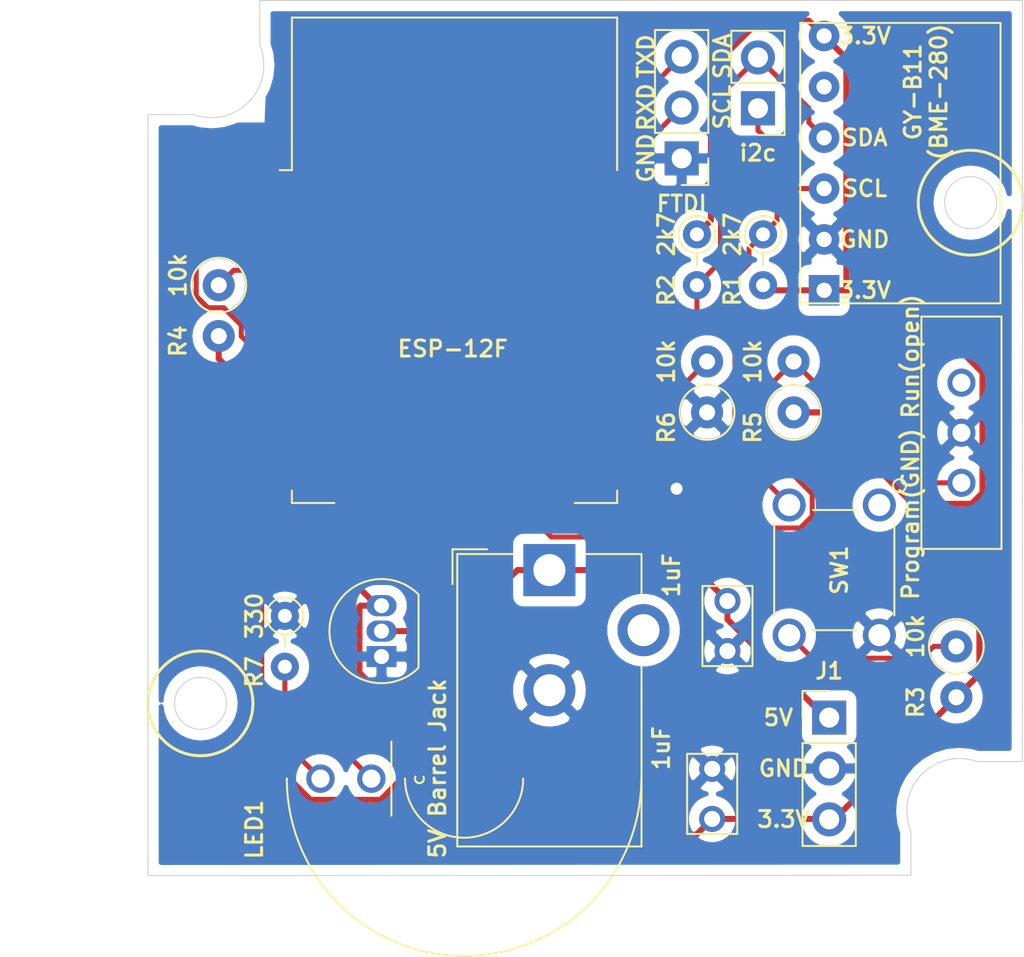
<source format=kicad_pcb>
(kicad_pcb (version 20171130) (host pcbnew "(5.1.0)-1")

  (general
    (thickness 1.6)
    (drawings 35)
    (tracks 148)
    (zones 0)
    (modules 19)
    (nets 15)
  )

  (page A4)
  (layers
    (0 F.Cu signal)
    (31 B.Cu signal)
    (32 B.Adhes user)
    (33 F.Adhes user)
    (34 B.Paste user)
    (35 F.Paste user)
    (36 B.SilkS user)
    (37 F.SilkS user)
    (38 B.Mask user)
    (39 F.Mask user)
    (40 Dwgs.User user)
    (41 Cmts.User user)
    (42 Eco1.User user)
    (43 Eco2.User user)
    (44 Edge.Cuts user)
    (45 Margin user)
    (46 B.CrtYd user)
    (47 F.CrtYd user)
    (48 B.Fab user)
    (49 F.Fab user)
  )

  (setup
    (last_trace_width 0.25)
    (trace_clearance 0.2)
    (zone_clearance 0.508)
    (zone_45_only no)
    (trace_min 0.2)
    (via_size 0.8)
    (via_drill 0.4)
    (via_min_size 0.4)
    (via_min_drill 0.3)
    (uvia_size 0.3)
    (uvia_drill 0.1)
    (uvias_allowed no)
    (uvia_min_size 0.2)
    (uvia_min_drill 0.1)
    (edge_width 0.05)
    (segment_width 0.2)
    (pcb_text_width 0.3)
    (pcb_text_size 1.5 1.5)
    (mod_edge_width 0.15)
    (mod_text_size 0.8 0.8)
    (mod_text_width 0.15)
    (pad_size 1.524 1.524)
    (pad_drill 0.762)
    (pad_to_mask_clearance 0.051)
    (solder_mask_min_width 0.25)
    (aux_axis_origin 0 0)
    (grid_origin 166.889 -882.5108)
    (visible_elements 7FFFFFFF)
    (pcbplotparams
      (layerselection 0x010ec_ffffffff)
      (usegerberextensions true)
      (usegerberattributes false)
      (usegerberadvancedattributes false)
      (creategerberjobfile true)
      (excludeedgelayer true)
      (linewidth 0.100000)
      (plotframeref false)
      (viasonmask false)
      (mode 1)
      (useauxorigin false)
      (hpglpennumber 1)
      (hpglpenspeed 20)
      (hpglpendiameter 15.000000)
      (psnegative false)
      (psa4output false)
      (plotreference true)
      (plotvalue true)
      (plotinvisibletext false)
      (padsonsilk false)
      (subtractmaskfromsilk false)
      (outputformat 1)
      (mirror false)
      (drillshape 0)
      (scaleselection 1)
      (outputdirectory "TemperatureLogger_ESP-12F_Gerber/"))
  )

  (net 0 "")
  (net 1 Earth)
  (net 2 /5V)
  (net 3 /3.3V)
  (net 4 /SDA)
  (net 5 /SCL)
  (net 6 "Net-(R3-Pad1)")
  (net 7 "Net-(R4-Pad1)")
  (net 8 "Net-(R5-Pad2)")
  (net 9 "Net-(R6-Pad2)")
  (net 10 /RXD)
  (net 11 /TXD)
  (net 12 /WAKE)
  (net 13 "Net-(LED1-Pad1)")
  (net 14 "Net-(LED1-Pad2)")

  (net_class Default "Ceci est la Netclass par défaut."
    (clearance 0.2)
    (trace_width 0.25)
    (via_dia 0.8)
    (via_drill 0.4)
    (uvia_dia 0.3)
    (uvia_drill 0.1)
    (add_net /RXD)
    (add_net /SCL)
    (add_net /SDA)
    (add_net /TXD)
    (add_net /WAKE)
    (add_net "Net-(LED1-Pad1)")
    (add_net "Net-(LED1-Pad2)")
    (add_net "Net-(R3-Pad1)")
    (add_net "Net-(R4-Pad1)")
    (add_net "Net-(R5-Pad2)")
    (add_net "Net-(R6-Pad2)")
  )

  (net_class Power ""
    (clearance 0.2)
    (trace_width 0.3)
    (via_dia 1)
    (via_drill 0.6)
    (uvia_dia 0.3)
    (uvia_drill 0.1)
    (add_net /3.3V)
    (add_net /5V)
    (add_net Earth)
  )

  (module Connector_PinHeader_2.54mm:PinHeader_1x02_P2.54mm_Vertical (layer F.Cu) (tedit 59FED5CC) (tstamp 5CBBC80C)
    (at 152.919 85.794201 180)
    (descr "Through hole straight pin header, 1x02, 2.54mm pitch, single row")
    (tags "Through hole pin header THT 1x02 2.54mm single row")
    (path /5C99E4F7)
    (fp_text reference J2 (at 4.199 -1.183 180) (layer F.Fab)
      (effects (font (size 0.8 0.8) (thickness 0.15)))
    )
    (fp_text value "Additional I2C device" (at 0 0 180) (layer F.SilkS) hide
      (effects (font (size 0.8 0.8) (thickness 0.15)))
    )
    (fp_text user %R (at 0 1.27 270) (layer F.Fab)
      (effects (font (size 1 1) (thickness 0.15)))
    )
    (fp_line (start 1.8 -1.8) (end -1.8 -1.8) (layer F.CrtYd) (width 0.1))
    (fp_line (start 1.8 4.35) (end 1.8 -1.8) (layer F.CrtYd) (width 0.1))
    (fp_line (start -1.8 4.35) (end 1.8 4.35) (layer F.CrtYd) (width 0.1))
    (fp_line (start -1.8 -1.8) (end -1.8 4.35) (layer F.CrtYd) (width 0.1))
    (fp_line (start -1.33 -1.33) (end 0 -1.33) (layer F.SilkS) (width 0.1))
    (fp_line (start -1.33 0) (end -1.33 -1.33) (layer F.SilkS) (width 0.1))
    (fp_line (start -1.33 1.27) (end 1.33 1.27) (layer F.SilkS) (width 0.1))
    (fp_line (start 1.33 1.27) (end 1.33 3.87) (layer F.SilkS) (width 0.1))
    (fp_line (start -1.33 1.27) (end -1.33 3.87) (layer F.SilkS) (width 0.1))
    (fp_line (start -1.33 3.87) (end 1.33 3.87) (layer F.SilkS) (width 0.1))
    (fp_line (start -1.27 -0.635) (end -0.635 -1.27) (layer F.Fab) (width 0.1))
    (fp_line (start -1.27 3.81) (end -1.27 -0.635) (layer F.Fab) (width 0.1))
    (fp_line (start 1.27 3.81) (end -1.27 3.81) (layer F.Fab) (width 0.1))
    (fp_line (start 1.27 -1.27) (end 1.27 3.81) (layer F.Fab) (width 0.1))
    (fp_line (start -0.635 -1.27) (end 1.27 -1.27) (layer F.Fab) (width 0.1))
    (pad 2 thru_hole oval (at 0 2.54 180) (size 1.7 1.7) (drill 1) (layers *.Cu *.Mask)
      (net 4 /SDA))
    (pad 1 thru_hole rect (at 0 0 180) (size 1.7 1.7) (drill 1) (layers *.Cu *.Mask)
      (net 5 /SCL))
    (model ${KISYS3DMOD}/Connector_PinHeader_2.54mm.3dshapes/PinHeader_1x02_P2.54mm_Vertical.wrl
      (at (xyz 0 0 0))
      (scale (xyz 1 1 1))
      (rotate (xyz 0 0 0))
    )
  )

  (module Resistor_THT:R_Axial_DIN0207_L6.3mm_D2.5mm_P2.54mm_Vertical (layer F.Cu) (tedit 5AE5139B) (tstamp 5D06680D)
    (at 125.995 94.6272 270)
    (descr "Resistor, Axial_DIN0207 series, Axial, Vertical, pin pitch=2.54mm, 0.25W = 1/4W, length*diameter=6.3*2.5mm^2, http://cdn-reichelt.de/documents/datenblatt/B400/1_4W%23YAG.pdf")
    (tags "Resistor Axial_DIN0207 series Axial Vertical pin pitch 2.54mm 0.25W = 1/4W length 6.3mm diameter 2.5mm")
    (path /59F543E6)
    (fp_text reference R4 (at 2.794 2.032 270) (layer F.SilkS)
      (effects (font (size 0.8 0.8) (thickness 0.15)))
    )
    (fp_text value 10k (at -0.508 2.032 270) (layer F.SilkS)
      (effects (font (size 0.8 0.8) (thickness 0.15)))
    )
    (fp_circle (center 0 0) (end 1.25 0) (layer F.Fab) (width 0.1))
    (fp_circle (center 0 0) (end 1.37 0) (layer F.SilkS) (width 0.1))
    (fp_line (start 0 0) (end 2.54 0) (layer F.Fab) (width 0.1))
    (fp_line (start 1.37 0) (end 1.44 0) (layer F.SilkS) (width 0.1))
    (fp_line (start -1.5 -1.5) (end -1.5 1.5) (layer F.CrtYd) (width 0.1))
    (fp_line (start -1.5 1.5) (end 3.59 1.5) (layer F.CrtYd) (width 0.1))
    (fp_line (start 3.59 1.5) (end 3.59 -1.5) (layer F.CrtYd) (width 0.1))
    (fp_line (start 3.59 -1.5) (end -1.5 -1.5) (layer F.CrtYd) (width 0.1))
    (fp_text user %R (at 1.524 1.016 270) (layer F.Fab)
      (effects (font (size 1 1) (thickness 0.15)))
    )
    (pad 1 thru_hole circle (at 0 0 270) (size 1.6 1.6) (drill 0.8) (layers *.Cu *.Mask)
      (net 7 "Net-(R4-Pad1)"))
    (pad 2 thru_hole oval (at 2.54 0 270) (size 1.6 1.6) (drill 0.8) (layers *.Cu *.Mask)
      (net 3 /3.3V))
    (model ${KISYS3DMOD}/Resistor_THT.3dshapes/R_Axial_DIN0207_L6.3mm_D2.5mm_P2.54mm_Vertical.wrl
      (at (xyz 0 0 0))
      (scale (xyz 1 1 1))
      (rotate (xyz 0 0 0))
    )
  )

  (module ChickmaticPhase3-Simplify:GY-BME280-3.3 (layer F.Cu) (tedit 5CBBAB5D) (tstamp 5D06709E)
    (at 160.031 88.5312 180)
    (path /5A4937CD)
    (fp_text reference U6 (at -3.048 5.588 180) (layer F.Fab)
      (effects (font (size 1 1) (thickness 0.15)))
    )
    (fp_text value "GY-B11(BME-280)" (at 2.032 -0.254 270) (layer F.Fab)
      (effects (font (size 1 1) (thickness 0.15)))
    )
    (fp_line (start 5 -7) (end 5 7) (layer F.SilkS) (width 0.1))
    (fp_line (start 5 7) (end -5 7) (layer F.SilkS) (width 0.1))
    (fp_line (start -5 7) (end -5 -7) (layer F.SilkS) (width 0.1))
    (fp_line (start -5 -7) (end 5 -7) (layer F.SilkS) (width 0.1))
    (pad 1 thru_hole rect (at 3.81 -6.35 180) (size 1.524 1.524) (drill 0.762) (layers *.Cu *.Mask)
      (net 3 /3.3V))
    (pad 2 thru_hole circle (at 3.81 -3.81 180) (size 1.524 1.524) (drill 0.762) (layers *.Cu *.Mask)
      (net 1 Earth))
    (pad 3 thru_hole circle (at 3.81 -1.27 180) (size 1.524 1.524) (drill 0.762) (layers *.Cu *.Mask)
      (net 5 /SCL))
    (pad 4 thru_hole circle (at 3.81 1.27 180) (size 1.524 1.524) (drill 0.762) (layers *.Cu *.Mask)
      (net 4 /SDA))
    (pad 5 thru_hole circle (at 3.81 3.81 180) (size 1.524 1.524) (drill 0.762) (layers *.Cu *.Mask))
    (pad 6 thru_hole circle (at 3.81 6.35 180) (size 1.524 1.524) (drill 0.762) (layers *.Cu *.Mask)
      (net 3 /3.3V))
  )

  (module SamacSys_Parts:EG1218 (layer F.Cu) (tedit 0) (tstamp 5D052A03)
    (at 163.079 101.9932 90)
    (descr "Slide Switch")
    (tags Switch)
    (path /59F53AE2)
    (fp_text reference SW2 (at 0 0 90) (layer F.Fab)
      (effects (font (size 1 1) (thickness 0.15)))
    )
    (fp_text value GND_to_program (at -1.27 0.254 90) (layer F.Fab) hide
      (effects (font (size 1 1) (thickness 0.15)))
    )
    (fp_circle (center -2.643 -3.09133) (end -2.643 -2.76851) (layer F.SilkS) (width 0.1))
    (fp_line (start -5.8 2) (end -5.8 -2) (layer F.SilkS) (width 0.1))
    (fp_line (start 5.8 2) (end -5.8 2) (layer F.SilkS) (width 0.1))
    (fp_line (start 5.8 -2) (end 5.8 2) (layer F.SilkS) (width 0.1))
    (fp_line (start -5.8 -2) (end 5.8 -2) (layer F.SilkS) (width 0.1))
    (fp_line (start -5.8 2) (end -5.8 -2) (layer Dwgs.User) (width 0.1))
    (fp_line (start 5.8 2) (end -5.8 2) (layer Dwgs.User) (width 0.1))
    (fp_line (start 5.8 -2) (end 5.8 2) (layer Dwgs.User) (width 0.1))
    (fp_line (start -5.8 -2) (end 5.8 -2) (layer Dwgs.User) (width 0.1))
    (pad 3 thru_hole circle (at 2.5 0 90) (size 1.4 1.4) (drill 0.9) (layers *.Cu *.Mask))
    (pad 2 thru_hole circle (at 0 0 90) (size 1.4 1.4) (drill 0.9) (layers *.Cu *.Mask)
      (net 1 Earth))
    (pad 1 thru_hole circle (at -2.5 0 90) (size 1.4 1.4) (drill 0.9) (layers *.Cu *.Mask)
      (net 8 "Net-(R5-Pad2)"))
  )

  (module SamacSys_Parts:B3F-1000 (layer F.Cu) (tedit 0) (tstamp 5CBBC880)
    (at 156.729 108.8512 270)
    (descr B3F1002)
    (tags Switch)
    (path /59F5476D)
    (fp_text reference SW1 (at 0 -0.254 270) (layer F.SilkS)
      (effects (font (size 0.8 0.8) (thickness 0.15)))
    )
    (fp_text value GND_to_reset (at -0.384 -0.083 270) (layer F.SilkS) hide
      (effects (font (size 0.8 0.8) (thickness 0.15)))
    )
    (fp_circle (center 4.393 2.792) (end 4.393 2.876) (layer F.SilkS) (width 0.1))
    (fp_line (start 3 -1.084) (end 3 1.073) (layer F.SilkS) (width 0.1))
    (fp_line (start -3 -1.084) (end -3 1.073) (layer F.SilkS) (width 0.1))
    (fp_line (start -2.363 3) (end 2.261 3) (layer F.SilkS) (width 0.1))
    (fp_line (start -2.363 -3) (end 2.261 -3) (layer F.SilkS) (width 0.1))
    (fp_line (start -3 3) (end -3 -3) (layer Dwgs.User) (width 0.1))
    (fp_line (start 3 3) (end -3 3) (layer Dwgs.User) (width 0.1))
    (fp_line (start 3 -3) (end 3 3) (layer Dwgs.User) (width 0.1))
    (fp_line (start -3 -3) (end 3 -3) (layer Dwgs.User) (width 0.1))
    (pad 4 thru_hole circle (at -3.25 -2.25 270) (size 1.65 1.65) (drill 1.1) (layers *.Cu *.Mask))
    (pad 3 thru_hole circle (at 3.25 -2.25 270) (size 1.65 1.65) (drill 1.1) (layers *.Cu *.Mask)
      (net 1 Earth))
    (pad 2 thru_hole circle (at -3.25 2.25 270) (size 1.65 1.65) (drill 1.1) (layers *.Cu *.Mask)
      (net 12 /WAKE))
    (pad 1 thru_hole circle (at 3.25 2.25 270) (size 1.65 1.65) (drill 1.1) (layers *.Cu *.Mask)
      (net 6 "Net-(R3-Pad1)"))
    (model C:\Users\Cindy\Documents\KiCad\SamacSys_Parts.3dshapes\B3F-1000.stp
      (at (xyz 0 0 0))
      (scale (xyz 1 1 1))
      (rotate (xyz -90 0 0))
    )
  )

  (module SamacSys_Parts:FG18X7R1H334KRT00 (layer F.Cu) (tedit 0) (tstamp 5CBBC7EE)
    (at 150.633 120.0262 90)
    (descr FG18)
    (tags Capacitor)
    (path /59F51789)
    (fp_text reference C1 (at -1.525 -1.778 90) (layer F.Fab)
      (effects (font (size 1 1) (thickness 0.15)))
    )
    (fp_text value 1uF (at 0 0 90) (layer F.SilkS) hide
      (effects (font (size 0.8 0.8) (thickness 0.15)))
    )
    (fp_line (start -3 2.25) (end -3 -2.25) (layer Dwgs.User) (width 0.1))
    (fp_line (start 3 2.25) (end -3 2.25) (layer Dwgs.User) (width 0.1))
    (fp_line (start 3 -2.25) (end 3 2.25) (layer Dwgs.User) (width 0.1))
    (fp_line (start -3 -2.25) (end 3 -2.25) (layer Dwgs.User) (width 0.1))
    (fp_line (start -2 1.25) (end -2 -1.25) (layer F.SilkS) (width 0.1))
    (fp_line (start 2 1.25) (end -2 1.25) (layer F.SilkS) (width 0.1))
    (fp_line (start 2 -1.25) (end 2 1.25) (layer F.SilkS) (width 0.1))
    (fp_line (start -2 -1.25) (end 2 -1.25) (layer F.SilkS) (width 0.1))
    (fp_line (start -2 1.25) (end -2 -1.25) (layer Dwgs.User) (width 0.1))
    (fp_line (start 2 1.25) (end -2 1.25) (layer Dwgs.User) (width 0.1))
    (fp_line (start 2 -1.25) (end 2 1.25) (layer Dwgs.User) (width 0.1))
    (fp_line (start -2 -1.25) (end 2 -1.25) (layer Dwgs.User) (width 0.1))
    (pad 2 thru_hole circle (at 1.25 0 90) (size 1.3 1.3) (drill 0.8) (layers *.Cu *.Mask)
      (net 1 Earth))
    (pad 1 thru_hole circle (at -1.25 0 90) (size 1.3 1.3) (drill 0.8) (layers *.Cu *.Mask)
      (net 3 /3.3V))
    (model C:\Users\Cindy\Documents\KiCad\SamacSys_Parts.3dshapes\FG18X7R1H334KRT00.stp
      (at (xyz 0 0 0))
      (scale (xyz 1 1 1))
      (rotate (xyz 0 0 0))
    )
  )

  (module RF_Module:ESP-12E (layer F.Cu) (tedit 5A030172) (tstamp 5CFD2A04)
    (at 137.7674 93.3826)
    (descr "Wi-Fi Module, http://wiki.ai-thinker.com/_media/esp8266/docs/aithinker_esp_12f_datasheet_en.pdf")
    (tags "Wi-Fi Module")
    (path /5CFE3763)
    (attr smd)
    (fp_text reference U1 (at 1.016 1.778) (layer F.Fab)
      (effects (font (size 1 1) (thickness 0.15)))
    )
    (fp_text value ESP-12F (at -0.0884 4.4196) (layer F.SilkS)
      (effects (font (size 0.8 0.8) (thickness 0.15)))
    )
    (fp_line (start 5.56 -4.8) (end 8.12 -7.36) (layer Dwgs.User) (width 0.1))
    (fp_line (start 2.56 -4.8) (end 8.12 -10.36) (layer Dwgs.User) (width 0.1))
    (fp_line (start -0.44 -4.8) (end 6.88 -12.12) (layer Dwgs.User) (width 0.1))
    (fp_line (start -3.44 -4.8) (end 3.88 -12.12) (layer Dwgs.User) (width 0.1))
    (fp_line (start -6.44 -4.8) (end 0.88 -12.12) (layer Dwgs.User) (width 0.1))
    (fp_line (start -8.12 -6.12) (end -2.12 -12.12) (layer Dwgs.User) (width 0.1))
    (fp_line (start -8.12 -9.12) (end -5.12 -12.12) (layer Dwgs.User) (width 0.1))
    (fp_line (start -8.12 -4.8) (end -8.12 -12.12) (layer Dwgs.User) (width 0.1))
    (fp_line (start 8.12 -4.8) (end -8.12 -4.8) (layer Dwgs.User) (width 0.1))
    (fp_line (start 8.12 -12.12) (end 8.12 -4.8) (layer Dwgs.User) (width 0.1))
    (fp_line (start -8.12 -12.12) (end 8.12 -12.12) (layer Dwgs.User) (width 0.1))
    (fp_line (start -8.12 -4.5) (end -8.73 -4.5) (layer F.SilkS) (width 0.1))
    (fp_line (start -8.12 -4.5) (end -8.12 -12.12) (layer F.SilkS) (width 0.1))
    (fp_line (start -8.12 12.12) (end -8.12 11.5) (layer F.SilkS) (width 0.1))
    (fp_line (start -6 12.12) (end -8.12 12.12) (layer F.SilkS) (width 0.1))
    (fp_line (start 8.12 12.12) (end 6 12.12) (layer F.SilkS) (width 0.1))
    (fp_line (start 8.12 11.5) (end 8.12 12.12) (layer F.SilkS) (width 0.1))
    (fp_line (start 8.12 -12.12) (end 8.12 -4.5) (layer F.SilkS) (width 0.1))
    (fp_line (start -8.12 -12.12) (end 8.12 -12.12) (layer F.SilkS) (width 0.1))
    (fp_line (start -9.05 13.1) (end -9.05 -12.2) (layer F.CrtYd) (width 0.1))
    (fp_line (start 9.05 13.1) (end -9.05 13.1) (layer F.CrtYd) (width 0.1))
    (fp_line (start 9.05 -12.2) (end 9.05 13.1) (layer F.CrtYd) (width 0.1))
    (fp_line (start -9.05 -12.2) (end 9.05 -12.2) (layer F.CrtYd) (width 0.1))
    (fp_line (start -8 -4) (end -8 -12) (layer F.Fab) (width 0.1))
    (fp_line (start -7.5 -3.5) (end -8 -4) (layer F.Fab) (width 0.1))
    (fp_line (start -8 -3) (end -7.5 -3.5) (layer F.Fab) (width 0.1))
    (fp_line (start -8 12) (end -8 -3) (layer F.Fab) (width 0.1))
    (fp_line (start 8 12) (end -8 12) (layer F.Fab) (width 0.1))
    (fp_line (start 8 -12) (end 8 12) (layer F.Fab) (width 0.1))
    (fp_line (start -8 -12) (end 8 -12) (layer F.Fab) (width 0.1))
    (fp_text user %R (at 0.49 -0.8) (layer F.Fab)
      (effects (font (size 1 1) (thickness 0.15)))
    )
    (fp_text user "KEEP-OUT ZONE" (at 0.03 -9.55 180) (layer Cmts.User)
      (effects (font (size 0.6 0.6) (thickness 0.1)))
    )
    (fp_text user Antenna (at -0.06 -7 180) (layer Cmts.User)
      (effects (font (size 0.6 0.6) (thickness 0.1)))
    )
    (pad 22 smd rect (at 7.6 -3.5) (size 2.5 1) (layers F.Cu F.Paste F.Mask)
      (net 11 /TXD))
    (pad 21 smd rect (at 7.6 -1.5) (size 2.5 1) (layers F.Cu F.Paste F.Mask)
      (net 10 /RXD))
    (pad 20 smd rect (at 7.6 0.5) (size 2.5 1) (layers F.Cu F.Paste F.Mask))
    (pad 19 smd rect (at 7.6 2.5) (size 2.5 1) (layers F.Cu F.Paste F.Mask))
    (pad 18 smd rect (at 7.6 4.5) (size 2.5 1) (layers F.Cu F.Paste F.Mask)
      (net 8 "Net-(R5-Pad2)"))
    (pad 17 smd rect (at 7.6 6.5) (size 2.5 1) (layers F.Cu F.Paste F.Mask)
      (net 4 /SDA))
    (pad 16 smd rect (at 7.6 8.5) (size 2.5 1) (layers F.Cu F.Paste F.Mask)
      (net 9 "Net-(R6-Pad2)"))
    (pad 15 smd rect (at 7.6 10.5) (size 2.5 1) (layers F.Cu F.Paste F.Mask)
      (net 1 Earth))
    (pad 14 smd rect (at 5 12) (size 1 1.8) (layers F.Cu F.Paste F.Mask)
      (net 5 /SCL))
    (pad 13 smd rect (at 3 12) (size 1 1.8) (layers F.Cu F.Paste F.Mask))
    (pad 12 smd rect (at 1 12) (size 1 1.8) (layers F.Cu F.Paste F.Mask))
    (pad 11 smd rect (at -1 12) (size 1 1.8) (layers F.Cu F.Paste F.Mask))
    (pad 10 smd rect (at -3 12) (size 1 1.8) (layers F.Cu F.Paste F.Mask))
    (pad 9 smd rect (at -5 12) (size 1 1.8) (layers F.Cu F.Paste F.Mask))
    (pad 8 smd rect (at -7.6 10.5) (size 2.5 1) (layers F.Cu F.Paste F.Mask)
      (net 3 /3.3V))
    (pad 7 smd rect (at -7.6 8.5) (size 2.5 1) (layers F.Cu F.Paste F.Mask))
    (pad 6 smd rect (at -7.6 6.5) (size 2.5 1) (layers F.Cu F.Paste F.Mask)
      (net 14 "Net-(LED1-Pad2)"))
    (pad 5 smd rect (at -7.6 4.5) (size 2.5 1) (layers F.Cu F.Paste F.Mask))
    (pad 4 smd rect (at -7.6 2.5) (size 2.5 1) (layers F.Cu F.Paste F.Mask)
      (net 12 /WAKE))
    (pad 3 smd rect (at -7.6 0.5) (size 2.5 1) (layers F.Cu F.Paste F.Mask)
      (net 7 "Net-(R4-Pad1)"))
    (pad 2 smd rect (at -7.6 -1.5) (size 2.5 1) (layers F.Cu F.Paste F.Mask))
    (pad 1 smd rect (at -7.6 -3.5) (size 2.5 1) (layers F.Cu F.Paste F.Mask)
      (net 12 /WAKE))
    (model ${KISYS3DMOD}/RF_Module.3dshapes/ESP-12E.wrl
      (at (xyz 0 0 0))
      (scale (xyz 1 1 1))
      (rotate (xyz 0 0 0))
    )
  )

  (module Package_TO_SOT_THT:TO-92_Inline (layer F.Cu) (tedit 5A1DD157) (tstamp 5CFD2A16)
    (at 134.123 113.1692 90)
    (descr "TO-92 leads in-line, narrow, oval pads, drill 0.75mm (see NXP sot054_po.pdf)")
    (tags "to-92 sc-43 sc-43a sot54 PA33 transistor")
    (path /5CFD2FF7)
    (fp_text reference U2 (at 0 -1.524 90) (layer F.Fab)
      (effects (font (size 1 1) (thickness 0.15)))
    )
    (fp_text value MCP1700-3302E (at 2.286 -3.302 90) (layer F.Fab)
      (effects (font (size 0.8 0.8) (thickness 0.15)))
    )
    (fp_text user %R (at 1.27 -1.651 90) (layer F.Fab)
      (effects (font (size 1 1) (thickness 0.15)))
    )
    (fp_line (start -0.53 1.85) (end 3.07 1.85) (layer F.SilkS) (width 0.1))
    (fp_line (start -0.5 1.75) (end 3 1.75) (layer F.Fab) (width 0.1))
    (fp_line (start -1.46 -2.73) (end 4 -2.73) (layer F.CrtYd) (width 0.1))
    (fp_line (start -1.46 -2.73) (end -1.46 2.01) (layer F.CrtYd) (width 0.1))
    (fp_line (start 4 2.01) (end 4 -2.73) (layer F.CrtYd) (width 0.1))
    (fp_line (start 4 2.01) (end -1.46 2.01) (layer F.CrtYd) (width 0.1))
    (fp_arc (start 1.27 0) (end 1.27 -2.48) (angle 135) (layer F.Fab) (width 0.1))
    (fp_arc (start 1.27 0) (end 1.27 -2.6) (angle -135) (layer F.SilkS) (width 0.1))
    (fp_arc (start 1.27 0) (end 1.27 -2.48) (angle -135) (layer F.Fab) (width 0.1))
    (fp_arc (start 1.27 0) (end 1.27 -2.6) (angle 135) (layer F.SilkS) (width 0.1))
    (pad 2 thru_hole oval (at 1.27 0 90) (size 1.05 1.5) (drill 0.75) (layers *.Cu *.Mask)
      (net 2 /5V))
    (pad 3 thru_hole oval (at 2.54 0 90) (size 1.05 1.5) (drill 0.75) (layers *.Cu *.Mask)
      (net 3 /3.3V))
    (pad 1 thru_hole rect (at 0 0 90) (size 1.05 1.5) (drill 0.75) (layers *.Cu *.Mask)
      (net 1 Earth))
    (model ${KISYS3DMOD}/Package_TO_SOT_THT.3dshapes/TO-92_Inline.wrl
      (at (xyz 0 0 0))
      (scale (xyz 1 1 1))
      (rotate (xyz 0 0 0))
    )
  )

  (module Connector_BarrelJack:BarrelJack_CUI_PJ-102AH_Horizontal (layer F.Cu) (tedit 5A1DBF38) (tstamp 5D052F3D)
    (at 142.505 108.8512)
    (descr "Thin-pin DC Barrel Jack, https://cdn-shop.adafruit.com/datasheets/21mmdcjackDatasheet.pdf")
    (tags "Power Jack")
    (path /5AC12525)
    (fp_text reference J3 (at 0 3.302 90) (layer F.Fab)
      (effects (font (size 1 1) (thickness 0.15)))
    )
    (fp_text value Barrel_Jack (at -3.302 4.572 90) (layer F.Fab)
      (effects (font (size 1 1) (thickness 0.15)))
    )
    (fp_text user %R (at 0 6.5) (layer F.Fab)
      (effects (font (size 1 1) (thickness 0.15)))
    )
    (fp_line (start 1.8 -1.8) (end 1.8 -1.2) (layer F.CrtYd) (width 0.1))
    (fp_line (start 1.8 -1.2) (end 5 -1.2) (layer F.CrtYd) (width 0.1))
    (fp_line (start 5 -1.2) (end 5 1.2) (layer F.CrtYd) (width 0.1))
    (fp_line (start 5 1.2) (end 6.5 1.2) (layer F.CrtYd) (width 0.1))
    (fp_line (start 6.5 1.2) (end 6.5 4.8) (layer F.CrtYd) (width 0.1))
    (fp_line (start 6.5 4.8) (end 5 4.8) (layer F.CrtYd) (width 0.1))
    (fp_line (start 5 4.8) (end 5 14.2) (layer F.CrtYd) (width 0.1))
    (fp_line (start 5 14.2) (end -5 14.2) (layer F.CrtYd) (width 0.1))
    (fp_line (start -5 14.2) (end -5 -1.2) (layer F.CrtYd) (width 0.1))
    (fp_line (start -5 -1.2) (end -1.8 -1.2) (layer F.CrtYd) (width 0.1))
    (fp_line (start -1.8 -1.2) (end -1.8 -1.8) (layer F.CrtYd) (width 0.1))
    (fp_line (start -1.8 -1.8) (end 1.8 -1.8) (layer F.CrtYd) (width 0.1))
    (fp_line (start 4.6 4.8) (end 4.6 13.8) (layer F.SilkS) (width 0.1))
    (fp_line (start 4.6 13.8) (end -4.6 13.8) (layer F.SilkS) (width 0.1))
    (fp_line (start -4.6 13.8) (end -4.6 -0.8) (layer F.SilkS) (width 0.1))
    (fp_line (start -4.6 -0.8) (end -1.8 -0.8) (layer F.SilkS) (width 0.1))
    (fp_line (start 1.8 -0.8) (end 4.6 -0.8) (layer F.SilkS) (width 0.1))
    (fp_line (start 4.6 -0.8) (end 4.6 1.2) (layer F.SilkS) (width 0.1))
    (fp_line (start -4.84 0.7) (end -4.84 -1.04) (layer F.SilkS) (width 0.1))
    (fp_line (start -4.84 -1.04) (end -3.1 -1.04) (layer F.SilkS) (width 0.1))
    (fp_line (start 4.5 -0.7) (end 4.5 13.7) (layer F.Fab) (width 0.1))
    (fp_line (start 4.5 13.7) (end -4.5 13.7) (layer F.Fab) (width 0.1))
    (fp_line (start -4.5 13.7) (end -4.5 0.3) (layer F.Fab) (width 0.1))
    (fp_line (start -4.5 0.3) (end -3.5 -0.7) (layer F.Fab) (width 0.1))
    (fp_line (start -3.5 -0.7) (end 4.5 -0.7) (layer F.Fab) (width 0.1))
    (fp_line (start -4.5 10.2) (end 4.5 10.2) (layer F.Fab) (width 0.1))
    (pad 1 thru_hole rect (at 0 0) (size 2.6 2.6) (drill 1.6) (layers *.Cu *.Mask)
      (net 2 /5V))
    (pad 2 thru_hole circle (at 0 6) (size 2.6 2.6) (drill 1.6) (layers *.Cu *.Mask)
      (net 1 Earth))
    (pad 3 thru_hole circle (at 4.7 3) (size 2.6 2.6) (drill 1.6) (layers *.Cu *.Mask))
    (model ${KISYS3DMOD}/Connector_BarrelJack.3dshapes/BarrelJack_CUI_PJ-102AH_Horizontal.wrl
      (at (xyz 0 0 0))
      (scale (xyz 1 1 1))
      (rotate (xyz 0 0 0))
    )
  )

  (module SamacSys_Parts:LTL2R3KGDEM (layer F.Cu) (tedit 0) (tstamp 5D06EB92)
    (at 133.615 119.2652)
    (descr LTL2R3KGD-EM-1)
    (tags LED)
    (path /5D066C4E)
    (fp_text reference LED1 (at -5.842 2.54 90) (layer F.SilkS)
      (effects (font (size 0.8 0.8) (thickness 0.15)))
    )
    (fp_text value LTL2R3KGD-EM (at -1.27 0) (layer F.SilkS) hide
      (effects (font (size 0.8 0.8) (thickness 0.15)))
    )
    (fp_text user %R (at -1.27 0) (layer F.Fab)
      (effects (font (size 1 1) (thickness 0.15)))
    )
    (fp_line (start 2.68 -3.95) (end -5.22 -3.95) (layer F.CrtYd) (width 0.1))
    (fp_line (start -5.22 -3.95) (end -5.22 3.95) (layer F.CrtYd) (width 0.1))
    (fp_line (start -5.22 3.95) (end 2.68 3.95) (layer F.CrtYd) (width 0.1))
    (fp_line (start 2.68 3.95) (end 2.68 -3.95) (layer F.CrtYd) (width 0.1))
    (fp_line (start 1.68 0) (end 1.68 0) (layer F.Fab) (width 0.1))
    (fp_line (start -4.22 0) (end -4.22 0) (layer F.Fab) (width 0.1))
    (fp_line (start 1.68 0) (end 1.68 0) (layer F.SilkS) (width 0.1))
    (fp_line (start -4.22 0) (end -4.22 0) (layer F.SilkS) (width 0.1))
    (fp_line (start 1 -1.85) (end 1 1.85) (layer F.Fab) (width 0.1))
    (fp_line (start 1 -1.85) (end 1 1.85) (layer F.SilkS) (width 0.1))
    (fp_line (start 2.2 -0.1) (end 2.2 -0.1) (layer F.SilkS) (width 0.1))
    (fp_line (start 2.2 0.1) (end 2.2 0.1) (layer F.SilkS) (width 0.1))
    (fp_arc (start 4.63 0) (end 1.68 0) (angle -180) (layer F.Fab) (width 0.1))
    (fp_arc (start 4.63 0) (end -4.22 0) (angle -180) (layer F.Fab) (width 0.1))
    (fp_arc (start 4.63 0) (end 1.68 0) (angle -180) (layer F.SilkS) (width 0.1))
    (fp_arc (start 4.63 0) (end -4.22 0) (angle -180) (layer F.SilkS) (width 0.1))
    (fp_arc (start 2.4 0) (end 2.2 -0.1) (angle -180) (layer F.SilkS) (width 0.1))
    (fp_arc (start 2.4 0) (end 2.2 0.1) (angle -180) (layer F.SilkS) (width 0.1))
    (pad 1 thru_hole circle (at 0 0) (size 1.416 1.416) (drill 0.91) (layers *.Cu *.Mask)
      (net 13 "Net-(LED1-Pad1)"))
    (pad 2 thru_hole circle (at -2.54 0) (size 1.416 1.416) (drill 0.91) (layers *.Cu *.Mask)
      (net 14 "Net-(LED1-Pad2)"))
  )

  (module Resistor_THT:R_Axial_DIN0204_L3.6mm_D1.6mm_P2.54mm_Vertical (layer F.Cu) (tedit 5AE5139B) (tstamp 5D0667E3)
    (at 153.173 92.0872 270)
    (descr "Resistor, Axial_DIN0204 series, Axial, Vertical, pin pitch=2.54mm, 0.167W, length*diameter=3.6*1.6mm^2, http://cdn-reichelt.de/documents/datenblatt/B400/1_4W%23YAG.pdf")
    (tags "Resistor Axial_DIN0204 series Axial Vertical pin pitch 2.54mm 0.167W length 3.6mm diameter 1.6mm")
    (path /59F5313A)
    (fp_text reference R1 (at 2.794 1.524 270) (layer F.SilkS)
      (effects (font (size 0.8 0.8) (thickness 0.15)))
    )
    (fp_text value 2k7 (at 0 1.524 270) (layer F.SilkS)
      (effects (font (size 0.8 0.8) (thickness 0.15)))
    )
    (fp_text user %R (at 1.27 0.127 270) (layer F.Fab)
      (effects (font (size 1 1) (thickness 0.15)))
    )
    (fp_line (start 3.49 -1.05) (end -1.05 -1.05) (layer F.CrtYd) (width 0.1))
    (fp_line (start 3.49 1.05) (end 3.49 -1.05) (layer F.CrtYd) (width 0.1))
    (fp_line (start -1.05 1.05) (end 3.49 1.05) (layer F.CrtYd) (width 0.1))
    (fp_line (start -1.05 -1.05) (end -1.05 1.05) (layer F.CrtYd) (width 0.1))
    (fp_line (start 0.92 0) (end 1.54 0) (layer F.SilkS) (width 0.1))
    (fp_line (start 0 0) (end 2.54 0) (layer F.Fab) (width 0.1))
    (fp_circle (center 0 0) (end 0.92 0) (layer F.SilkS) (width 0.1))
    (fp_circle (center 0 0) (end 0.8 0) (layer F.Fab) (width 0.1))
    (pad 2 thru_hole oval (at 2.54 0 270) (size 1.4 1.4) (drill 0.7) (layers *.Cu *.Mask)
      (net 3 /3.3V))
    (pad 1 thru_hole circle (at 0 0 270) (size 1.4 1.4) (drill 0.7) (layers *.Cu *.Mask)
      (net 5 /SCL))
    (model ${KISYS3DMOD}/Resistor_THT.3dshapes/R_Axial_DIN0204_L3.6mm_D1.6mm_P2.54mm_Vertical.wrl
      (at (xyz 0 0 0))
      (scale (xyz 1 1 1))
      (rotate (xyz 0 0 0))
    )
  )

  (module Resistor_THT:R_Axial_DIN0204_L3.6mm_D1.6mm_P2.54mm_Vertical (layer F.Cu) (tedit 5AE5139B) (tstamp 5D0667F1)
    (at 149.871 92.0872 270)
    (descr "Resistor, Axial_DIN0204 series, Axial, Vertical, pin pitch=2.54mm, 0.167W, length*diameter=3.6*1.6mm^2, http://cdn-reichelt.de/documents/datenblatt/B400/1_4W%23YAG.pdf")
    (tags "Resistor Axial_DIN0204 series Axial Vertical pin pitch 2.54mm 0.167W length 3.6mm diameter 1.6mm")
    (path /59F53387)
    (fp_text reference R2 (at 2.794 1.524 270) (layer F.SilkS)
      (effects (font (size 0.8 0.8) (thickness 0.15)))
    )
    (fp_text value 2k7 (at 0 1.524 270) (layer F.SilkS)
      (effects (font (size 0.8 0.8) (thickness 0.15)))
    )
    (fp_text user %R (at 1.27 0 270) (layer F.Fab)
      (effects (font (size 1 1) (thickness 0.15)))
    )
    (fp_line (start 3.49 -1.05) (end -1.05 -1.05) (layer F.CrtYd) (width 0.1))
    (fp_line (start 3.49 1.05) (end 3.49 -1.05) (layer F.CrtYd) (width 0.1))
    (fp_line (start -1.05 1.05) (end 3.49 1.05) (layer F.CrtYd) (width 0.1))
    (fp_line (start -1.05 -1.05) (end -1.05 1.05) (layer F.CrtYd) (width 0.1))
    (fp_line (start 0.92 0) (end 1.54 0) (layer F.SilkS) (width 0.1))
    (fp_line (start 0 0) (end 2.54 0) (layer F.Fab) (width 0.1))
    (fp_circle (center 0 0) (end 0.92 0) (layer F.SilkS) (width 0.1))
    (fp_circle (center 0 0) (end 0.8 0) (layer F.Fab) (width 0.1))
    (pad 2 thru_hole oval (at 2.54 0 270) (size 1.4 1.4) (drill 0.7) (layers *.Cu *.Mask)
      (net 4 /SDA))
    (pad 1 thru_hole circle (at 0 0 270) (size 1.4 1.4) (drill 0.7) (layers *.Cu *.Mask)
      (net 3 /3.3V))
    (model ${KISYS3DMOD}/Resistor_THT.3dshapes/R_Axial_DIN0204_L3.6mm_D1.6mm_P2.54mm_Vertical.wrl
      (at (xyz 0 0 0))
      (scale (xyz 1 1 1))
      (rotate (xyz 0 0 0))
    )
  )

  (module Resistor_THT:R_Axial_DIN0207_L6.3mm_D2.5mm_P2.54mm_Vertical (layer F.Cu) (tedit 5AE5139B) (tstamp 5D0667FF)
    (at 162.825 112.6612 270)
    (descr "Resistor, Axial_DIN0207 series, Axial, Vertical, pin pitch=2.54mm, 0.25W = 1/4W, length*diameter=6.3*2.5mm^2, http://cdn-reichelt.de/documents/datenblatt/B400/1_4W%23YAG.pdf")
    (tags "Resistor Axial_DIN0207 series Axial Vertical pin pitch 2.54mm 0.25W = 1/4W length 6.3mm diameter 2.5mm")
    (path /59F546A3)
    (fp_text reference R3 (at 2.794 2.032 270) (layer F.SilkS)
      (effects (font (size 0.8 0.8) (thickness 0.15)))
    )
    (fp_text value 10k (at -0.508 2.032 270) (layer F.SilkS)
      (effects (font (size 0.8 0.8) (thickness 0.15)))
    )
    (fp_text user %R (at 1.27 -2.37 270) (layer F.Fab)
      (effects (font (size 1 1) (thickness 0.15)))
    )
    (fp_line (start 3.59 -1.5) (end -1.5 -1.5) (layer F.CrtYd) (width 0.1))
    (fp_line (start 3.59 1.5) (end 3.59 -1.5) (layer F.CrtYd) (width 0.1))
    (fp_line (start -1.5 1.5) (end 3.59 1.5) (layer F.CrtYd) (width 0.1))
    (fp_line (start -1.5 -1.5) (end -1.5 1.5) (layer F.CrtYd) (width 0.1))
    (fp_line (start 1.37 0) (end 1.44 0) (layer F.SilkS) (width 0.1))
    (fp_line (start 0 0) (end 2.54 0) (layer F.Fab) (width 0.1))
    (fp_circle (center 0 0) (end 1.37 0) (layer F.SilkS) (width 0.1))
    (fp_circle (center 0 0) (end 1.25 0) (layer F.Fab) (width 0.1))
    (pad 2 thru_hole oval (at 2.54 0 270) (size 1.6 1.6) (drill 0.8) (layers *.Cu *.Mask)
      (net 3 /3.3V))
    (pad 1 thru_hole circle (at 0 0 270) (size 1.6 1.6) (drill 0.8) (layers *.Cu *.Mask)
      (net 6 "Net-(R3-Pad1)"))
    (model ${KISYS3DMOD}/Resistor_THT.3dshapes/R_Axial_DIN0207_L6.3mm_D2.5mm_P2.54mm_Vertical.wrl
      (at (xyz 0 0 0))
      (scale (xyz 1 1 1))
      (rotate (xyz 0 0 0))
    )
  )

  (module Resistor_THT:R_Axial_DIN0207_L6.3mm_D2.5mm_P2.54mm_Vertical (layer F.Cu) (tedit 5AE5139B) (tstamp 5D06C95A)
    (at 154.697 100.9772 90)
    (descr "Resistor, Axial_DIN0207 series, Axial, Vertical, pin pitch=2.54mm, 0.25W = 1/4W, length*diameter=6.3*2.5mm^2, http://cdn-reichelt.de/documents/datenblatt/B400/1_4W%23YAG.pdf")
    (tags "Resistor Axial_DIN0207 series Axial Vertical pin pitch 2.54mm 0.25W = 1/4W length 6.3mm diameter 2.5mm")
    (path /5D00A075)
    (fp_text reference R5 (at -0.762 -2.032 90) (layer F.SilkS)
      (effects (font (size 0.8 0.8) (thickness 0.15)))
    )
    (fp_text value 10k (at 2.54 -2.032 90) (layer F.SilkS)
      (effects (font (size 0.8 0.8) (thickness 0.15)))
    )
    (fp_text user %R (at 1.27 -2.37 90) (layer F.Fab)
      (effects (font (size 1 1) (thickness 0.15)))
    )
    (fp_line (start 3.59 -1.5) (end -1.5 -1.5) (layer F.CrtYd) (width 0.1))
    (fp_line (start 3.59 1.5) (end 3.59 -1.5) (layer F.CrtYd) (width 0.1))
    (fp_line (start -1.5 1.5) (end 3.59 1.5) (layer F.CrtYd) (width 0.1))
    (fp_line (start -1.5 -1.5) (end -1.5 1.5) (layer F.CrtYd) (width 0.1))
    (fp_line (start 1.37 0) (end 1.44 0) (layer F.SilkS) (width 0.1))
    (fp_line (start 0 0) (end 2.54 0) (layer F.Fab) (width 0.1))
    (fp_circle (center 0 0) (end 1.37 0) (layer F.SilkS) (width 0.1))
    (fp_circle (center 0 0) (end 1.25 0) (layer F.Fab) (width 0.1))
    (pad 2 thru_hole oval (at 2.54 0 90) (size 1.6 1.6) (drill 0.8) (layers *.Cu *.Mask)
      (net 8 "Net-(R5-Pad2)"))
    (pad 1 thru_hole circle (at 0 0 90) (size 1.6 1.6) (drill 0.8) (layers *.Cu *.Mask)
      (net 3 /3.3V))
    (model ${KISYS3DMOD}/Resistor_THT.3dshapes/R_Axial_DIN0207_L6.3mm_D2.5mm_P2.54mm_Vertical.wrl
      (at (xyz 0 0 0))
      (scale (xyz 1 1 1))
      (rotate (xyz 0 0 0))
    )
  )

  (module Resistor_THT:R_Axial_DIN0207_L6.3mm_D2.5mm_P2.54mm_Vertical (layer F.Cu) (tedit 5AE5139B) (tstamp 5D066829)
    (at 150.379 100.9772 90)
    (descr "Resistor, Axial_DIN0207 series, Axial, Vertical, pin pitch=2.54mm, 0.25W = 1/4W, length*diameter=6.3*2.5mm^2, http://cdn-reichelt.de/documents/datenblatt/B400/1_4W%23YAG.pdf")
    (tags "Resistor Axial_DIN0207 series Axial Vertical pin pitch 2.54mm 0.25W = 1/4W length 6.3mm diameter 2.5mm")
    (path /5D0074F3)
    (fp_text reference R6 (at -0.762 -2.032 90) (layer F.SilkS)
      (effects (font (size 0.8 0.8) (thickness 0.15)))
    )
    (fp_text value 10k (at 2.54 -2.032 90) (layer F.SilkS)
      (effects (font (size 0.8 0.8) (thickness 0.15)))
    )
    (fp_circle (center 0 0) (end 1.25 0) (layer F.Fab) (width 0.1))
    (fp_circle (center 0 0) (end 1.37 0) (layer F.SilkS) (width 0.1))
    (fp_line (start 0 0) (end 2.54 0) (layer F.Fab) (width 0.1))
    (fp_line (start 1.37 0) (end 1.44 0) (layer F.SilkS) (width 0.1))
    (fp_line (start -1.5 -1.5) (end -1.5 1.5) (layer F.CrtYd) (width 0.1))
    (fp_line (start -1.5 1.5) (end 3.59 1.5) (layer F.CrtYd) (width 0.1))
    (fp_line (start 3.59 1.5) (end 3.59 -1.5) (layer F.CrtYd) (width 0.1))
    (fp_line (start 3.59 -1.5) (end -1.5 -1.5) (layer F.CrtYd) (width 0.1))
    (fp_text user %R (at 1.27 -2.37 90) (layer F.Fab)
      (effects (font (size 1 1) (thickness 0.15)))
    )
    (pad 1 thru_hole circle (at 0 0 90) (size 1.6 1.6) (drill 0.8) (layers *.Cu *.Mask)
      (net 1 Earth))
    (pad 2 thru_hole oval (at 2.54 0 90) (size 1.6 1.6) (drill 0.8) (layers *.Cu *.Mask)
      (net 9 "Net-(R6-Pad2)"))
    (model ${KISYS3DMOD}/Resistor_THT.3dshapes/R_Axial_DIN0207_L6.3mm_D2.5mm_P2.54mm_Vertical.wrl
      (at (xyz 0 0 0))
      (scale (xyz 1 1 1))
      (rotate (xyz 0 0 0))
    )
  )

  (module Resistor_THT:R_Axial_DIN0204_L3.6mm_D1.6mm_P2.54mm_Vertical (layer F.Cu) (tedit 5AE5139B) (tstamp 5D06EBD6)
    (at 129.297 111.1372 270)
    (descr "Resistor, Axial_DIN0204 series, Axial, Vertical, pin pitch=2.54mm, 0.167W, length*diameter=3.6*1.6mm^2, http://cdn-reichelt.de/documents/datenblatt/B400/1_4W%23YAG.pdf")
    (tags "Resistor Axial_DIN0204 series Axial Vertical pin pitch 2.54mm 0.167W length 3.6mm diameter 1.6mm")
    (path /5D06D3C5)
    (fp_text reference R7 (at 2.794 1.524 270) (layer F.SilkS)
      (effects (font (size 0.8 0.8) (thickness 0.15)))
    )
    (fp_text value 330 (at 0 1.524 270) (layer F.SilkS)
      (effects (font (size 0.8 0.8) (thickness 0.15)))
    )
    (fp_circle (center 0 0) (end 0.8 0) (layer F.Fab) (width 0.1))
    (fp_circle (center 0 0) (end 0.92 0) (layer F.SilkS) (width 0.1))
    (fp_line (start 0 0) (end 2.54 0) (layer F.Fab) (width 0.1))
    (fp_line (start 0.92 0) (end 1.54 0) (layer F.SilkS) (width 0.1))
    (fp_line (start -1.05 -1.05) (end -1.05 1.05) (layer F.CrtYd) (width 0.1))
    (fp_line (start -1.05 1.05) (end 3.49 1.05) (layer F.CrtYd) (width 0.1))
    (fp_line (start 3.49 1.05) (end 3.49 -1.05) (layer F.CrtYd) (width 0.1))
    (fp_line (start 3.49 -1.05) (end -1.05 -1.05) (layer F.CrtYd) (width 0.1))
    (fp_text user %R (at 1.27 -1.92 270) (layer F.Fab)
      (effects (font (size 1 1) (thickness 0.15)))
    )
    (pad 1 thru_hole circle (at 0 0 270) (size 1.4 1.4) (drill 0.7) (layers *.Cu *.Mask)
      (net 1 Earth))
    (pad 2 thru_hole oval (at 2.54 0 270) (size 1.4 1.4) (drill 0.7) (layers *.Cu *.Mask)
      (net 13 "Net-(LED1-Pad1)"))
    (model ${KISYS3DMOD}/Resistor_THT.3dshapes/R_Axial_DIN0204_L3.6mm_D1.6mm_P2.54mm_Vertical.wrl
      (at (xyz 0 0 0))
      (scale (xyz 1 1 1))
      (rotate (xyz 0 0 0))
    )
  )

  (module Connector_PinHeader_2.54mm:PinHeader_1x03_P2.54mm_Vertical (layer F.Cu) (tedit 59FED5CC) (tstamp 5D07AC75)
    (at 156.475 116.2172)
    (descr "Through hole straight pin header, 1x03, 2.54mm pitch, single row")
    (tags "Through hole pin header THT 1x03 2.54mm single row")
    (path /5D08B684)
    (fp_text reference J1 (at 0 -2.33) (layer F.SilkS)
      (effects (font (size 0.8 0.8) (thickness 0.15)))
    )
    (fp_text value "Power for additional devices" (at 2.286 0.508 90) (layer F.Fab)
      (effects (font (size 1 1) (thickness 0.15)))
    )
    (fp_line (start -0.635 -1.27) (end 1.27 -1.27) (layer F.Fab) (width 0.1))
    (fp_line (start 1.27 -1.27) (end 1.27 6.35) (layer F.Fab) (width 0.1))
    (fp_line (start 1.27 6.35) (end -1.27 6.35) (layer F.Fab) (width 0.1))
    (fp_line (start -1.27 6.35) (end -1.27 -0.635) (layer F.Fab) (width 0.1))
    (fp_line (start -1.27 -0.635) (end -0.635 -1.27) (layer F.Fab) (width 0.1))
    (fp_line (start -1.33 6.41) (end 1.33 6.41) (layer F.SilkS) (width 0.1))
    (fp_line (start -1.33 1.27) (end -1.33 6.41) (layer F.SilkS) (width 0.1))
    (fp_line (start 1.33 1.27) (end 1.33 6.41) (layer F.SilkS) (width 0.1))
    (fp_line (start -1.33 1.27) (end 1.33 1.27) (layer F.SilkS) (width 0.1))
    (fp_line (start -1.33 0) (end -1.33 -1.33) (layer F.SilkS) (width 0.1))
    (fp_line (start -1.33 -1.33) (end 0 -1.33) (layer F.SilkS) (width 0.1))
    (fp_line (start -1.8 -1.8) (end -1.8 6.85) (layer F.CrtYd) (width 0.1))
    (fp_line (start -1.8 6.85) (end 1.8 6.85) (layer F.CrtYd) (width 0.1))
    (fp_line (start 1.8 6.85) (end 1.8 -1.8) (layer F.CrtYd) (width 0.1))
    (fp_line (start 1.8 -1.8) (end -1.8 -1.8) (layer F.CrtYd) (width 0.1))
    (fp_text user %R (at 0 2.54 180) (layer F.Fab)
      (effects (font (size 1 1) (thickness 0.15)))
    )
    (pad 1 thru_hole rect (at 0 0) (size 1.7 1.7) (drill 1) (layers *.Cu *.Mask)
      (net 2 /5V))
    (pad 2 thru_hole oval (at 0 2.54) (size 1.7 1.7) (drill 1) (layers *.Cu *.Mask)
      (net 1 Earth))
    (pad 3 thru_hole oval (at 0 5.08) (size 1.7 1.7) (drill 1) (layers *.Cu *.Mask)
      (net 3 /3.3V))
    (model ${KISYS3DMOD}/Connector_PinHeader_2.54mm.3dshapes/PinHeader_1x03_P2.54mm_Vertical.wrl
      (at (xyz 0 0 0))
      (scale (xyz 1 1 1))
      (rotate (xyz 0 0 0))
    )
  )

  (module Connector_PinHeader_2.54mm:PinHeader_1x03_P2.54mm_Vertical (layer F.Cu) (tedit 59FED5CC) (tstamp 5D07AC8C)
    (at 149.109 88.294201 180)
    (descr "Through hole straight pin header, 1x03, 2.54mm pitch, single row")
    (tags "Through hole pin header THT 1x03 2.54mm single row")
    (path /5D090557)
    (fp_text reference J4 (at 0 -2.33 180) (layer F.Fab)
      (effects (font (size 1 1) (thickness 0.15)))
    )
    (fp_text value FTDI (at 0 -2.268999) (layer F.SilkS)
      (effects (font (size 0.8 0.8) (thickness 0.15)))
    )
    (fp_text user %R (at 0 2.54 270) (layer F.Fab)
      (effects (font (size 1 1) (thickness 0.15)))
    )
    (fp_line (start 1.8 -1.8) (end -1.8 -1.8) (layer F.CrtYd) (width 0.1))
    (fp_line (start 1.8 6.85) (end 1.8 -1.8) (layer F.CrtYd) (width 0.1))
    (fp_line (start -1.8 6.85) (end 1.8 6.85) (layer F.CrtYd) (width 0.1))
    (fp_line (start -1.8 -1.8) (end -1.8 6.85) (layer F.CrtYd) (width 0.1))
    (fp_line (start -1.33 -1.33) (end 0 -1.33) (layer F.SilkS) (width 0.1))
    (fp_line (start -1.33 0) (end -1.33 -1.33) (layer F.SilkS) (width 0.1))
    (fp_line (start -1.33 1.27) (end 1.33 1.27) (layer F.SilkS) (width 0.1))
    (fp_line (start 1.33 1.27) (end 1.33 6.41) (layer F.SilkS) (width 0.1))
    (fp_line (start -1.33 1.27) (end -1.33 6.41) (layer F.SilkS) (width 0.1))
    (fp_line (start -1.33 6.41) (end 1.33 6.41) (layer F.SilkS) (width 0.1))
    (fp_line (start -1.27 -0.635) (end -0.635 -1.27) (layer F.Fab) (width 0.1))
    (fp_line (start -1.27 6.35) (end -1.27 -0.635) (layer F.Fab) (width 0.1))
    (fp_line (start 1.27 6.35) (end -1.27 6.35) (layer F.Fab) (width 0.1))
    (fp_line (start 1.27 -1.27) (end 1.27 6.35) (layer F.Fab) (width 0.1))
    (fp_line (start -0.635 -1.27) (end 1.27 -1.27) (layer F.Fab) (width 0.1))
    (pad 3 thru_hole oval (at 0 5.08 180) (size 1.7 1.7) (drill 1) (layers *.Cu *.Mask)
      (net 11 /TXD))
    (pad 2 thru_hole oval (at 0 2.54 180) (size 1.7 1.7) (drill 1) (layers *.Cu *.Mask)
      (net 10 /RXD))
    (pad 1 thru_hole rect (at 0 0 180) (size 1.7 1.7) (drill 1) (layers *.Cu *.Mask)
      (net 1 Earth))
    (model ${KISYS3DMOD}/Connector_PinHeader_2.54mm.3dshapes/PinHeader_1x03_P2.54mm_Vertical.wrl
      (at (xyz 0 0 0))
      (scale (xyz 1 1 1))
      (rotate (xyz 0 0 0))
    )
  )

  (module SamacSys_Parts:FG18X7R1H334KRT00 (layer F.Cu) (tedit 0) (tstamp 5D0C347B)
    (at 151.395 111.6452 270)
    (descr FG18)
    (tags Capacitor)
    (path /59F5186E)
    (fp_text reference C2 (at 0 0 270) (layer F.Fab)
      (effects (font (size 0.8 0.8) (thickness 0.15)))
    )
    (fp_text value 1uF (at 0 0 270) (layer F.SilkS) hide
      (effects (font (size 0.8 0.8) (thickness 0.15)))
    )
    (fp_line (start -2 -1.25) (end 2 -1.25) (layer Dwgs.User) (width 0.2))
    (fp_line (start 2 -1.25) (end 2 1.25) (layer Dwgs.User) (width 0.2))
    (fp_line (start 2 1.25) (end -2 1.25) (layer Dwgs.User) (width 0.2))
    (fp_line (start -2 1.25) (end -2 -1.25) (layer Dwgs.User) (width 0.2))
    (fp_line (start -2 -1.25) (end 2 -1.25) (layer F.SilkS) (width 0.1))
    (fp_line (start 2 -1.25) (end 2 1.25) (layer F.SilkS) (width 0.1))
    (fp_line (start 2 1.25) (end -2 1.25) (layer F.SilkS) (width 0.1))
    (fp_line (start -2 1.25) (end -2 -1.25) (layer F.SilkS) (width 0.1))
    (fp_line (start -3 -2.25) (end 3 -2.25) (layer Dwgs.User) (width 0.1))
    (fp_line (start 3 -2.25) (end 3 2.25) (layer Dwgs.User) (width 0.1))
    (fp_line (start 3 2.25) (end -3 2.25) (layer Dwgs.User) (width 0.1))
    (fp_line (start -3 2.25) (end -3 -2.25) (layer Dwgs.User) (width 0.1))
    (pad 1 thru_hole circle (at -1.25 0 270) (size 1.3 1.3) (drill 0.8) (layers *.Cu *.Mask)
      (net 2 /5V))
    (pad 2 thru_hole circle (at 1.25 0 270) (size 1.3 1.3) (drill 0.8) (layers *.Cu *.Mask)
      (net 1 Earth))
    (model C:\Users\Cindy\Documents\KiCad\SamacSys_Parts.3dshapes\FG18X7R1H334KRT00.stp
      (at (xyz 0 0 0))
      (scale (xyz 1 1 1))
      (rotate (xyz 0 0 0))
    )
  )

  (gr_text 1uF (at 148.093 117.7412 90) (layer F.SilkS)
    (effects (font (size 0.8 0.8) (thickness 0.15)))
  )
  (gr_text i2c (at 152.919 88.0232) (layer F.SilkS)
    (effects (font (size 0.8 0.8) (thickness 0.15)))
  )
  (gr_text SCL (at 151.141 85.7372 90) (layer F.SilkS)
    (effects (font (size 0.8 0.8) (thickness 0.15)))
  )
  (gr_text SDA (at 151.141 83.1972 90) (layer F.SilkS)
    (effects (font (size 0.8 0.8) (thickness 0.15)))
  )
  (gr_text GND (at 147.331 88.2772 90) (layer F.SilkS)
    (effects (font (size 0.8 0.8) (thickness 0.15)))
  )
  (gr_text RXD (at 147.331 85.7372 90) (layer F.SilkS)
    (effects (font (size 0.8 0.8) (thickness 0.15)))
  )
  (gr_text TXD (at 147.331 83.1972 90) (layer F.SilkS)
    (effects (font (size 0.8 0.8) (thickness 0.15)))
  )
  (gr_text 3.3V (at 158.253 94.8812) (layer F.SilkS)
    (effects (font (size 0.8 0.8) (thickness 0.15)))
  )
  (gr_text GND (at 158.253 92.3412) (layer F.SilkS)
    (effects (font (size 0.8 0.8) (thickness 0.15)))
  )
  (gr_text SCL (at 158.253 89.8012) (layer F.SilkS)
    (effects (font (size 0.8 0.8) (thickness 0.15)))
  )
  (gr_text SDA (at 158.253 87.2612) (layer F.SilkS)
    (effects (font (size 0.8 0.8) (thickness 0.15)))
  )
  (gr_text 3.3V (at 158.253 82.1812) (layer F.SilkS)
    (effects (font (size 0.8 0.8) (thickness 0.15)))
  )
  (gr_text "Program(GND)" (at 160.539 106.0572 90) (layer F.SilkS)
    (effects (font (size 0.8 0.8) (thickness 0.15)))
  )
  (gr_text "Run(open)" (at 160.539 98.1832 90) (layer F.SilkS)
    (effects (font (size 0.8 0.8) (thickness 0.15)))
  )
  (gr_text "5V Barrel Jack" (at 136.917 118.7572 90) (layer F.SilkS)
    (effects (font (size 0.8 0.8) (thickness 0.15)))
  )
  (gr_text 1uF (at 148.601 109.1052 90) (layer F.SilkS)
    (effects (font (size 0.8 0.8) (thickness 0.15)))
  )
  (gr_text GND (at 154.189 118.7572) (layer F.SilkS) (tstamp 5D07DA8C)
    (effects (font (size 0.8 0.8) (thickness 0.15)))
  )
  (gr_text 3.3V (at 154.189 121.2972) (layer F.SilkS) (tstamp 5D07DA88)
    (effects (font (size 0.8 0.8) (thickness 0.15)))
  )
  (gr_text 5V (at 153.935 116.2172) (layer F.SilkS)
    (effects (font (size 0.8 0.8) (thickness 0.15)))
  )
  (gr_circle (center 125.086 115.5062) (end 126.386 115.5062) (layer Edge.Cuts) (width 0.05) (tstamp 5D058C19))
  (gr_circle (center 125.086 115.5062) (end 127.701 115.5062) (layer F.SilkS) (width 0.15) (tstamp 5D058757))
  (gr_circle (center 163.5374 90.5062) (end 166.1524 90.5062) (layer F.SilkS) (width 0.15))
  (gr_circle (center 163.5374 90.5062) (end 164.8374 90.5062) (layer Edge.Cuts) (width 0.05))
  (gr_line (start 160.555557 124.0912) (end 160.555557 121.893694) (layer Edge.Cuts) (width 0.05) (tstamp 5D057979))
  (gr_line (start 163.8554 118.4148) (end 166.119 118.4148) (layer Edge.Cuts) (width 0.05) (tstamp 5D057978))
  (gr_arc (start 162.9704 120.8798) (end 163.8554 118.4148) (angle -132.5250305) (layer Edge.Cuts) (width 0.05) (tstamp 5D06EBC6))
  (gr_line (start 128.047794 80.4112) (end 128.047794 82.647717) (layer Edge.Cuts) (width 0.05) (tstamp 5D058BEB))
  (gr_line (start 124.7394 86.106) (end 122.4614 86.106) (layer Edge.Cuts) (width 0.05) (tstamp 5D058BEE))
  (gr_line (start 122.4614 124.11) (end 122.4614 86.106) (layer Edge.Cuts) (width 0.05) (tstamp 5D057827))
  (gr_arc (start 125.6244 83.641) (end 124.7394 86.106) (angle -132.0368603) (layer Edge.Cuts) (width 0.05) (tstamp 5D058BF1))
  (dimension 43.776026 (width 0.15) (layer Dwgs.User) (tstamp 5D058BF5)
    (gr_text "43.73 mm" (at 118.738172 102.463961 90) (layer Dwgs.User) (tstamp 5D058BF5)
      (effects (font (size 1 1) (thickness 0.15)))
    )
    (feature1 (pts (xy 124.587 124.3584) (xy 119.42775 124.352743)))
    (feature2 (pts (xy 124.635 80.5824) (xy 119.47575 80.576743)))
    (crossbar (pts (xy 120.062171 80.577386) (xy 120.014171 124.353386)))
    (arrow1a (pts (xy 120.014171 124.353386) (xy 119.428986 123.22624)))
    (arrow1b (pts (xy 120.014171 124.353386) (xy 120.601827 123.227526)))
    (arrow2a (pts (xy 120.062171 80.577386) (xy 119.474515 81.703246)))
    (arrow2b (pts (xy 120.062171 80.577386) (xy 120.647356 81.704532)))
  )
  (gr_text "GY-B11\n(BME-280)" (at 161.301 84.9752 90) (layer F.SilkS)
    (effects (font (size 0.8 0.8) (thickness 0.15)))
  )
  (gr_line (start 166.127 80.4112) (end 128.047794 80.4112) (layer Edge.Cuts) (width 0.05) (tstamp 5D0590F3))
  (gr_line (start 166.119 118.4148) (end 166.127 80.4112) (layer Edge.Cuts) (width 0.05))
  (gr_line (start 122.4614 124.11) (end 160.555557 124.0912) (layer Edge.Cuts) (width 0.05))

  (via (at 148.855 104.7872) (size 1) (drill 0.6) (layers F.Cu B.Cu) (net 1))
  (segment (start 145.3674 103.8826) (end 147.9504 103.8826) (width 0.3) (layer F.Cu) (net 1))
  (segment (start 147.9504 103.8826) (end 148.855 104.7872) (width 0.3) (layer F.Cu) (net 1))
  (segment (start 142.799 109.1452) (end 142.505 108.8512) (width 0.3) (layer F.Cu) (net 2))
  (segment (start 135.173 111.8992) (end 134.123 111.8992) (width 0.3) (layer F.Cu) (net 2))
  (segment (start 137.857 111.8992) (end 135.173 111.8992) (width 0.3) (layer F.Cu) (net 2))
  (segment (start 140.905 108.8512) (end 137.857 111.8992) (width 0.3) (layer F.Cu) (net 2))
  (segment (start 142.505 108.8512) (end 140.905 108.8512) (width 0.3) (layer F.Cu) (net 2))
  (segment (start 151.395 111.314438) (end 151.395 110.3952) (width 0.3) (layer F.Cu) (net 2))
  (segment (start 156.297762 116.2172) (end 151.395 111.314438) (width 0.3) (layer F.Cu) (net 2))
  (segment (start 156.475 116.2172) (end 156.297762 116.2172) (width 0.3) (layer F.Cu) (net 2))
  (segment (start 149.851 108.8512) (end 142.505 108.8512) (width 0.3) (layer F.Cu) (net 2))
  (segment (start 151.395 110.3952) (end 149.851 108.8512) (width 0.3) (layer F.Cu) (net 2))
  (segment (start 149.85 122.0592) (end 150.633 121.2762) (width 0.3) (layer F.Cu) (net 3))
  (segment (start 155.82837 100.9772) (end 154.697 100.9772) (width 0.3) (layer F.Cu) (net 3))
  (segment (start 156.094002 100.9772) (end 155.82837 100.9772) (width 0.3) (layer F.Cu) (net 3))
  (segment (start 160.27799 105.161188) (end 156.094002 100.9772) (width 0.3) (layer F.Cu) (net 3))
  (segment (start 160.021002 94.8812) (end 157.283 94.8812) (width 0.3) (layer F.Cu) (net 3))
  (segment (start 164.129001 98.989199) (end 160.021002 94.8812) (width 0.3) (layer F.Cu) (net 3))
  (segment (start 164.129001 104.997201) (end 164.129001 98.989199) (width 0.3) (layer F.Cu) (net 3))
  (segment (start 163.583001 105.543201) (end 164.129001 104.997201) (width 0.3) (layer F.Cu) (net 3))
  (segment (start 160.653 105.543201) (end 163.583001 105.543201) (width 0.3) (layer F.Cu) (net 3))
  (segment (start 156.086999 100.9772) (end 160.653 105.543201) (width 0.3) (layer F.Cu) (net 3))
  (segment (start 154.697 100.9772) (end 156.086999 100.9772) (width 0.3) (layer F.Cu) (net 3))
  (segment (start 153.427 94.8812) (end 153.173 94.6272) (width 0.3) (layer F.Cu) (net 3))
  (segment (start 156.221 94.8812) (end 153.427 94.8812) (width 0.3) (layer F.Cu) (net 3))
  (segment (start 141.107998 122.0592) (end 149.617 122.0592) (width 0.3) (layer F.Cu) (net 3))
  (segment (start 133.022999 110.679201) (end 133.022999 113.974201) (width 0.3) (layer F.Cu) (net 3))
  (segment (start 133.073 110.6292) (end 133.022999 110.679201) (width 0.3) (layer F.Cu) (net 3))
  (segment (start 134.123 110.6292) (end 133.073 110.6292) (width 0.3) (layer F.Cu) (net 3))
  (segment (start 149.617 122.0592) (end 149.85 122.0592) (width 0.3) (layer F.Cu) (net 3))
  (segment (start 146.603 122.0592) (end 149.617 122.0592) (width 0.3) (layer F.Cu) (net 3))
  (segment (start 156.982999 82.943199) (end 156.221 82.1812) (width 0.3) (layer F.Cu) (net 3))
  (segment (start 157.333001 83.293201) (end 156.982999 82.943199) (width 0.3) (layer F.Cu) (net 3))
  (segment (start 157.333001 94.831199) (end 157.333001 83.293201) (width 0.3) (layer F.Cu) (net 3))
  (segment (start 157.283 94.8812) (end 157.333001 94.831199) (width 0.3) (layer F.Cu) (net 3))
  (segment (start 156.221 94.8812) (end 157.283 94.8812) (width 0.3) (layer F.Cu) (net 3))
  (segment (start 133.898 110.6292) (end 134.123 110.6292) (width 0.3) (layer F.Cu) (net 3))
  (segment (start 130.1674 106.8986) (end 133.898 110.6292) (width 0.3) (layer F.Cu) (net 3))
  (segment (start 130.1674 103.8826) (end 130.1674 106.8986) (width 0.3) (layer F.Cu) (net 3))
  (segment (start 134.080999 120.323201) (end 136.726499 117.677701) (width 0.3) (layer F.Cu) (net 3))
  (segment (start 130.567159 120.323201) (end 134.080999 120.323201) (width 0.3) (layer F.Cu) (net 3))
  (segment (start 127.66738 117.423422) (end 130.567159 120.323201) (width 0.3) (layer F.Cu) (net 3))
  (segment (start 127.66738 99.97095) (end 127.66738 117.423422) (width 0.3) (layer F.Cu) (net 3))
  (segment (start 125.995 98.29857) (end 127.66738 99.97095) (width 0.3) (layer F.Cu) (net 3))
  (segment (start 125.995 97.1672) (end 125.995 98.29857) (width 0.3) (layer F.Cu) (net 3))
  (segment (start 133.022999 113.974201) (end 136.726499 117.677701) (width 0.3) (layer F.Cu) (net 3))
  (segment (start 136.726499 117.677701) (end 141.107998 122.0592) (width 0.3) (layer F.Cu) (net 3))
  (segment (start 156.454 121.2762) (end 156.475 121.2972) (width 0.3) (layer F.Cu) (net 3))
  (segment (start 150.633 121.2762) (end 156.454 121.2762) (width 0.3) (layer F.Cu) (net 3))
  (segment (start 156.729 121.2972) (end 156.475 121.2972) (width 0.3) (layer F.Cu) (net 3))
  (segment (start 162.825 115.2012) (end 156.729 121.2972) (width 0.3) (layer F.Cu) (net 3))
  (segment (start 163.975001 105.935201) (end 163.583001 105.543201) (width 0.3) (layer F.Cu) (net 3))
  (segment (start 163.975001 114.051199) (end 163.975001 105.935201) (width 0.3) (layer F.Cu) (net 3))
  (segment (start 162.825 115.2012) (end 163.975001 114.051199) (width 0.3) (layer F.Cu) (net 3))
  (segment (start 150.570999 91.387201) (end 149.871 92.0872) (width 0.3) (layer F.Cu) (net 3))
  (segment (start 150.570999 83.8262) (end 150.570999 91.387201) (width 0.3) (layer F.Cu) (net 3))
  (segment (start 152.977998 81.419201) (end 150.570999 83.8262) (width 0.3) (layer F.Cu) (net 3))
  (segment (start 155.459001 81.419201) (end 152.977998 81.419201) (width 0.3) (layer F.Cu) (net 3))
  (segment (start 156.221 82.1812) (end 155.459001 81.419201) (width 0.3) (layer F.Cu) (net 3))
  (segment (start 146.1174 99.8826) (end 145.3674 99.8826) (width 0.25) (layer F.Cu) (net 4))
  (segment (start 149.871 96.129) (end 146.1174 99.8826) (width 0.25) (layer F.Cu) (net 4))
  (segment (start 149.871 94.6272) (end 149.871 96.129) (width 0.25) (layer F.Cu) (net 4))
  (segment (start 153.768999 84.1042) (end 152.919 83.254201) (width 0.25) (layer F.Cu) (net 4))
  (segment (start 155.459001 85.794202) (end 153.768999 84.1042) (width 0.25) (layer F.Cu) (net 4))
  (segment (start 155.459001 86.499201) (end 155.459001 85.794202) (width 0.25) (layer F.Cu) (net 4))
  (segment (start 156.221 87.2612) (end 155.459001 86.499201) (width 0.25) (layer F.Cu) (net 4))
  (segment (start 150.570999 93.927201) (end 149.871 94.6272) (width 0.25) (layer F.Cu) (net 4))
  (segment (start 151.046009 93.452191) (end 150.570999 93.927201) (width 0.25) (layer F.Cu) (net 4))
  (segment (start 151.046009 85.127192) (end 151.046009 93.452191) (width 0.25) (layer F.Cu) (net 4))
  (segment (start 152.919 83.254201) (end 151.046009 85.127192) (width 0.25) (layer F.Cu) (net 4))
  (segment (start 143.5174 105.3826) (end 142.7674 105.3826) (width 0.25) (layer F.Cu) (net 5))
  (segment (start 155.031001 106.751201) (end 144.886001 106.751201) (width 0.25) (layer F.Cu) (net 5))
  (segment (start 144.886001 106.751201) (end 143.5174 105.3826) (width 0.25) (layer F.Cu) (net 5))
  (segment (start 155.629001 105.049199) (end 155.629001 106.153201) (width 0.25) (layer F.Cu) (net 5))
  (segment (start 151.771802 101.192) (end 155.629001 105.049199) (width 0.25) (layer F.Cu) (net 5))
  (segment (start 151.771802 94.2434) (end 151.771802 101.192) (width 0.25) (layer F.Cu) (net 5))
  (segment (start 155.629001 106.153201) (end 155.031001 106.751201) (width 0.25) (layer F.Cu) (net 5))
  (segment (start 152.473001 93.542201) (end 151.771802 94.2434) (width 0.25) (layer F.Cu) (net 5))
  (segment (start 152.473001 92.787199) (end 152.473001 93.542201) (width 0.25) (layer F.Cu) (net 5))
  (segment (start 153.173 92.0872) (end 152.473001 92.787199) (width 0.25) (layer F.Cu) (net 5))
  (segment (start 155.14337 89.8012) (end 156.221 89.8012) (width 0.25) (layer F.Cu) (net 5))
  (segment (start 153.173 92.0872) (end 153.872999 91.387201) (width 0.25) (layer F.Cu) (net 5))
  (segment (start 153.872999 87.8482) (end 153.872999 89.609201) (width 0.25) (layer F.Cu) (net 5))
  (segment (start 152.919 86.894201) (end 153.872999 87.8482) (width 0.25) (layer F.Cu) (net 5))
  (segment (start 152.919 85.794201) (end 152.919 86.894201) (width 0.25) (layer F.Cu) (net 5))
  (segment (start 153.872999 91.387201) (end 153.872999 89.609201) (width 0.25) (layer F.Cu) (net 5))
  (segment (start 153.872999 89.609201) (end 153.872999 89.061199) (width 0.25) (layer F.Cu) (net 5))
  (segment (start 154.613 89.8012) (end 156.221 89.8012) (width 0.25) (layer F.Cu) (net 5))
  (segment (start 153.872999 89.061199) (end 154.613 89.8012) (width 0.25) (layer F.Cu) (net 5))
  (segment (start 155.303999 112.926199) (end 154.479 112.1012) (width 0.25) (layer F.Cu) (net 6))
  (segment (start 155.629001 113.251201) (end 155.303999 112.926199) (width 0.25) (layer F.Cu) (net 6))
  (segment (start 161.103629 113.251201) (end 155.629001 113.251201) (width 0.25) (layer F.Cu) (net 6))
  (segment (start 161.69363 112.6612) (end 161.103629 113.251201) (width 0.25) (layer F.Cu) (net 6))
  (segment (start 162.825 112.6612) (end 161.69363 112.6612) (width 0.25) (layer F.Cu) (net 6))
  (segment (start 126.7396 93.8826) (end 125.995 94.6272) (width 0.25) (layer F.Cu) (net 7))
  (segment (start 130.1674 93.8826) (end 126.7396 93.8826) (width 0.25) (layer F.Cu) (net 7))
  (segment (start 160.753 104.4932) (end 154.697 98.4372) (width 0.25) (layer F.Cu) (net 8))
  (segment (start 163.079 104.4932) (end 160.753 104.4932) (width 0.25) (layer F.Cu) (net 8))
  (segment (start 135.792399 89.057599) (end 144.6174 97.8826) (width 0.25) (layer F.Cu) (net 8))
  (segment (start 124.869999 92.844999) (end 128.657399 89.057599) (width 0.25) (layer F.Cu) (net 8))
  (segment (start 124.869999 95.167201) (end 124.869999 92.844999) (width 0.25) (layer F.Cu) (net 8))
  (segment (start 152.221812 100.912388) (end 152.221812 101.0056) (width 0.25) (layer F.Cu) (net 8))
  (segment (start 127.120001 97.170203) (end 127.120001 96.627199) (width 0.25) (layer F.Cu) (net 8))
  (segment (start 125.454999 95.752201) (end 124.869999 95.167201) (width 0.25) (layer F.Cu) (net 8))
  (segment (start 152.221812 101.0056) (end 156.079011 104.862799) (width 0.25) (layer F.Cu) (net 8))
  (segment (start 156.079011 104.862799) (end 156.07901 106.339602) (width 0.25) (layer F.Cu) (net 8))
  (segment (start 156.07901 106.339602) (end 155.217401 107.201211) (width 0.25) (layer F.Cu) (net 8))
  (segment (start 128.657399 89.057599) (end 135.792399 89.057599) (width 0.25) (layer F.Cu) (net 8))
  (segment (start 155.217401 107.201211) (end 142.601009 107.201211) (width 0.25) (layer F.Cu) (net 8))
  (segment (start 131.677401 98.707601) (end 128.657399 98.707601) (width 0.25) (layer F.Cu) (net 8))
  (segment (start 142.601009 107.201211) (end 141.942399 106.542601) (width 0.25) (layer F.Cu) (net 8))
  (segment (start 141.942399 104.222599) (end 141.877399 104.157599) (width 0.25) (layer F.Cu) (net 8))
  (segment (start 141.942399 106.542601) (end 141.942399 104.222599) (width 0.25) (layer F.Cu) (net 8))
  (segment (start 127.120001 96.627199) (end 126.245003 95.752201) (width 0.25) (layer F.Cu) (net 8))
  (segment (start 154.697 98.4372) (end 152.221812 100.912388) (width 0.25) (layer F.Cu) (net 8))
  (segment (start 141.877399 104.157599) (end 137.127399 104.157599) (width 0.25) (layer F.Cu) (net 8))
  (segment (start 128.657399 98.707601) (end 127.120001 97.170203) (width 0.25) (layer F.Cu) (net 8))
  (segment (start 144.6174 97.8826) (end 145.3674 97.8826) (width 0.25) (layer F.Cu) (net 8))
  (segment (start 137.127399 104.157599) (end 131.677401 98.707601) (width 0.25) (layer F.Cu) (net 8))
  (segment (start 126.245003 95.752201) (end 125.454999 95.752201) (width 0.25) (layer F.Cu) (net 8))
  (segment (start 146.9336 101.8826) (end 145.3674 101.8826) (width 0.25) (layer F.Cu) (net 9))
  (segment (start 150.379 98.4372) (end 146.9336 101.8826) (width 0.25) (layer F.Cu) (net 9))
  (segment (start 146.1174 91.8826) (end 145.3674 91.8826) (width 0.25) (layer F.Cu) (net 10))
  (segment (start 147.52701 90.47299) (end 146.1174 91.8826) (width 0.25) (layer F.Cu) (net 10))
  (segment (start 147.52701 87.336191) (end 147.52701 90.47299) (width 0.25) (layer F.Cu) (net 10))
  (segment (start 149.109 85.754201) (end 147.52701 87.336191) (width 0.25) (layer F.Cu) (net 10))
  (segment (start 145.3674 89.8826) (end 146.1174 89.8826) (width 0.25) (layer F.Cu) (net 11))
  (segment (start 146.8674 89.8826) (end 145.3674 89.8826) (width 0.25) (layer F.Cu) (net 11))
  (segment (start 147.077 89.673) (end 146.8674 89.8826) (width 0.25) (layer F.Cu) (net 11))
  (segment (start 147.077 85.246201) (end 147.077 89.673) (width 0.25) (layer F.Cu) (net 11))
  (segment (start 149.109 83.214201) (end 147.077 85.246201) (width 0.25) (layer F.Cu) (net 11))
  (segment (start 154.479 105.6012) (end 151.585401 102.707601) (width 0.25) (layer F.Cu) (net 12))
  (segment (start 130.9174 89.8826) (end 130.1674 89.8826) (width 0.25) (layer F.Cu) (net 12))
  (segment (start 131.742401 90.707601) (end 130.9174 89.8826) (width 0.25) (layer F.Cu) (net 12))
  (segment (start 130.9174 95.8826) (end 131.742401 95.057599) (width 0.25) (layer F.Cu) (net 12))
  (segment (start 130.1674 95.8826) (end 130.9174 95.8826) (width 0.25) (layer F.Cu) (net 12))
  (segment (start 131.742401 95.707403) (end 131.742401 93.959799) (width 0.25) (layer F.Cu) (net 12))
  (segment (start 138.742599 102.707601) (end 131.742401 95.707403) (width 0.25) (layer F.Cu) (net 12))
  (segment (start 131.742401 93.959799) (end 131.742401 90.707601) (width 0.25) (layer F.Cu) (net 12))
  (segment (start 131.742401 95.057599) (end 131.742401 93.959799) (width 0.25) (layer F.Cu) (net 12))
  (segment (start 151.585401 102.707601) (end 138.742599 102.707601) (width 0.25) (layer F.Cu) (net 12))
  (segment (start 129.297 114.9472) (end 133.615 119.2652) (width 0.25) (layer F.Cu) (net 13))
  (segment (start 129.297 113.6772) (end 129.297 114.9472) (width 0.25) (layer F.Cu) (net 13))
  (segment (start 129.4174 99.8826) (end 130.1674 99.8826) (width 0.25) (layer F.Cu) (net 14))
  (segment (start 128.14239 101.15761) (end 129.4174 99.8826) (width 0.25) (layer F.Cu) (net 14))
  (segment (start 128.14239 116.33259) (end 128.14239 101.15761) (width 0.25) (layer F.Cu) (net 14))
  (segment (start 131.075 119.2652) (end 128.14239 116.33259) (width 0.25) (layer F.Cu) (net 14))

  (zone (net 1) (net_name Earth) (layer B.Cu) (tstamp 5D0CD0C8) (hatch edge 0.508)
    (connect_pads (clearance 0.508))
    (min_thickness 0.254)
    (fill yes (arc_segments 32) (thermal_gap 0.508) (thermal_bridge_width 0.508))
    (polygon
      (pts
        (xy 165.873 80.6572) (xy 128.535 80.4032) (xy 128.281 86.4992) (xy 122.693 86.4992) (xy 122.693 123.8372)
        (xy 160.285 123.8372) (xy 160.285 119.5192) (xy 162.317 117.9952) (xy 165.873 117.9952)
      )
    )
    (filled_polygon
      (pts
        (xy 155.330465 81.09608) (xy 155.13588 81.290665) (xy 154.982995 81.519473) (xy 154.877686 81.77371) (xy 154.824 82.043608)
        (xy 154.824 82.318792) (xy 154.877686 82.58869) (xy 154.982995 82.842927) (xy 155.13588 83.071735) (xy 155.330465 83.26632)
        (xy 155.559273 83.419205) (xy 155.636515 83.4512) (xy 155.559273 83.483195) (xy 155.330465 83.63608) (xy 155.13588 83.830665)
        (xy 154.982995 84.059473) (xy 154.877686 84.31371) (xy 154.824 84.583608) (xy 154.824 84.858792) (xy 154.877686 85.12869)
        (xy 154.982995 85.382927) (xy 155.13588 85.611735) (xy 155.330465 85.80632) (xy 155.559273 85.959205) (xy 155.636515 85.9912)
        (xy 155.559273 86.023195) (xy 155.330465 86.17608) (xy 155.13588 86.370665) (xy 154.982995 86.599473) (xy 154.877686 86.85371)
        (xy 154.824 87.123608) (xy 154.824 87.398792) (xy 154.877686 87.66869) (xy 154.982995 87.922927) (xy 155.13588 88.151735)
        (xy 155.330465 88.34632) (xy 155.559273 88.499205) (xy 155.636515 88.5312) (xy 155.559273 88.563195) (xy 155.330465 88.71608)
        (xy 155.13588 88.910665) (xy 154.982995 89.139473) (xy 154.877686 89.39371) (xy 154.824 89.663608) (xy 154.824 89.938792)
        (xy 154.877686 90.20869) (xy 154.982995 90.462927) (xy 155.13588 90.691735) (xy 155.330465 90.88632) (xy 155.559273 91.039205)
        (xy 155.630943 91.068892) (xy 155.617977 91.073564) (xy 155.50202 91.135544) (xy 155.43504 91.375635) (xy 156.221 92.161595)
        (xy 157.00696 91.375635) (xy 156.93998 91.135544) (xy 156.80424 91.071715) (xy 156.882727 91.039205) (xy 157.111535 90.88632)
        (xy 157.30612 90.691735) (xy 157.459005 90.462927) (xy 157.564314 90.20869) (xy 157.618 89.938792) (xy 157.618 89.663608)
        (xy 157.564314 89.39371) (xy 157.459005 89.139473) (xy 157.30612 88.910665) (xy 157.111535 88.71608) (xy 156.882727 88.563195)
        (xy 156.805485 88.5312) (xy 156.882727 88.499205) (xy 157.111535 88.34632) (xy 157.30612 88.151735) (xy 157.459005 87.922927)
        (xy 157.564314 87.66869) (xy 157.618 87.398792) (xy 157.618 87.123608) (xy 157.564314 86.85371) (xy 157.459005 86.599473)
        (xy 157.30612 86.370665) (xy 157.111535 86.17608) (xy 156.882727 86.023195) (xy 156.805485 85.9912) (xy 156.882727 85.959205)
        (xy 157.111535 85.80632) (xy 157.30612 85.611735) (xy 157.459005 85.382927) (xy 157.564314 85.12869) (xy 157.618 84.858792)
        (xy 157.618 84.583608) (xy 157.564314 84.31371) (xy 157.459005 84.059473) (xy 157.30612 83.830665) (xy 157.111535 83.63608)
        (xy 156.882727 83.483195) (xy 156.805485 83.4512) (xy 156.882727 83.419205) (xy 157.111535 83.26632) (xy 157.30612 83.071735)
        (xy 157.459005 82.842927) (xy 157.564314 82.58869) (xy 157.618 82.318792) (xy 157.618 82.043608) (xy 157.564314 81.77371)
        (xy 157.459005 81.519473) (xy 157.30612 81.290665) (xy 157.111535 81.09608) (xy 157.0743 81.0712) (xy 165.466861 81.0712)
        (xy 165.46497 90.057835) (xy 165.34622 89.700861) (xy 165.155347 89.364864) (xy 164.902847 89.07234) (xy 164.598337 88.834431)
        (xy 164.253417 88.660199) (xy 163.881223 88.556281) (xy 163.495934 88.526634) (xy 163.112224 88.572389) (xy 162.744709 88.691802)
        (xy 162.407387 88.880325) (xy 162.113107 89.130776) (xy 161.873078 89.433618) (xy 161.696443 89.777313) (xy 161.589928 90.148772)
        (xy 161.557593 90.533845) (xy 161.600668 90.917865) (xy 161.717512 91.286205) (xy 161.903675 91.624835) (xy 162.152067 91.920856)
        (xy 162.453225 92.162993) (xy 162.795679 92.342024) (xy 163.166385 92.451129) (xy 163.551223 92.486152) (xy 163.935534 92.445759)
        (xy 164.304681 92.331489) (xy 164.644602 92.147694) (xy 164.94235 91.901376) (xy 165.186584 91.601915) (xy 165.368001 91.260719)
        (xy 165.464784 90.940159) (xy 165.45914 117.7548) (xy 163.9428 117.7548) (xy 163.616077 117.666723) (xy 163.56238 117.65775)
        (xy 163.508974 117.647151) (xy 163.499797 117.646312) (xy 162.990458 117.603323) (xy 162.930638 117.604133) (xy 162.870825 117.604107)
        (xy 162.86166 117.605067) (xy 162.353671 117.661828) (xy 162.295186 117.674234) (xy 162.23647 117.685833) (xy 162.227666 117.688555)
        (xy 161.740377 117.842903) (xy 161.685397 117.86644) (xy 161.63007 117.889216) (xy 161.621962 117.893596) (xy 161.173933 118.139653)
        (xy 161.124567 118.173424) (xy 161.074721 118.20651) (xy 161.067619 118.212381) (xy 160.675915 118.540775) (xy 160.634072 118.583467)
        (xy 160.591579 118.625628) (xy 160.585752 118.632767) (xy 160.265294 119.030989) (xy 160.232519 119.081029) (xy 160.199047 119.130607)
        (xy 160.194717 119.138742) (xy 159.95771 119.591624) (xy 159.935293 119.647042) (xy 159.912073 119.702213) (xy 159.909406 119.711034)
        (xy 159.764878 120.201324) (xy 159.753638 120.260111) (xy 159.741591 120.318672) (xy 159.740688 120.327843) (xy 159.694144 120.836869)
        (xy 159.694536 120.896654) (xy 159.694092 120.956503) (xy 159.694988 120.965675) (xy 159.7482 121.474046) (xy 159.760199 121.532625)
        (xy 159.771387 121.591415) (xy 159.774047 121.600237) (xy 159.895558 121.993369) (xy 159.895557 123.431527) (xy 123.1214 123.449675)
        (xy 123.1214 121.149639) (xy 149.348 121.149639) (xy 149.348 121.402761) (xy 149.397381 121.651021) (xy 149.494247 121.884876)
        (xy 149.634875 122.09534) (xy 149.81386 122.274325) (xy 150.024324 122.414953) (xy 150.258179 122.511819) (xy 150.506439 122.5612)
        (xy 150.759561 122.5612) (xy 151.007821 122.511819) (xy 151.241676 122.414953) (xy 151.45214 122.274325) (xy 151.631125 122.09534)
        (xy 151.771753 121.884876) (xy 151.868619 121.651021) (xy 151.918 121.402761) (xy 151.918 121.2972) (xy 154.982815 121.2972)
        (xy 155.011487 121.588311) (xy 155.096401 121.868234) (xy 155.234294 122.126214) (xy 155.419866 122.352334) (xy 155.645986 122.537906)
        (xy 155.903966 122.675799) (xy 156.183889 122.760713) (xy 156.40205 122.7822) (xy 156.54795 122.7822) (xy 156.766111 122.760713)
        (xy 157.046034 122.675799) (xy 157.304014 122.537906) (xy 157.530134 122.352334) (xy 157.715706 122.126214) (xy 157.853599 121.868234)
        (xy 157.938513 121.588311) (xy 157.967185 121.2972) (xy 157.938513 121.006089) (xy 157.853599 120.726166) (xy 157.715706 120.468186)
        (xy 157.530134 120.242066) (xy 157.304014 120.056494) (xy 157.239477 120.021999) (xy 157.356355 119.952378) (xy 157.572588 119.757469)
        (xy 157.746641 119.52412) (xy 157.871825 119.261299) (xy 157.916476 119.11409) (xy 157.795155 118.8842) (xy 156.602 118.8842)
        (xy 156.602 118.9042) (xy 156.348 118.9042) (xy 156.348 118.8842) (xy 155.154845 118.8842) (xy 155.033524 119.11409)
        (xy 155.078175 119.261299) (xy 155.203359 119.52412) (xy 155.377412 119.757469) (xy 155.593645 119.952378) (xy 155.710523 120.021999)
        (xy 155.645986 120.056494) (xy 155.419866 120.242066) (xy 155.234294 120.468186) (xy 155.096401 120.726166) (xy 155.011487 121.006089)
        (xy 154.982815 121.2972) (xy 151.918 121.2972) (xy 151.918 121.149639) (xy 151.868619 120.901379) (xy 151.771753 120.667524)
        (xy 151.631125 120.45706) (xy 151.45214 120.278075) (xy 151.241676 120.137447) (xy 151.007821 120.040581) (xy 150.9441 120.027906)
        (xy 150.959449 120.02547) (xy 151.196896 119.937778) (xy 151.285534 119.890401) (xy 151.338922 119.661727) (xy 150.633 118.955805)
        (xy 149.927078 119.661727) (xy 149.980466 119.890401) (xy 150.210374 119.996295) (xy 150.333017 120.025695) (xy 150.258179 120.040581)
        (xy 150.024324 120.137447) (xy 149.81386 120.278075) (xy 149.634875 120.45706) (xy 149.494247 120.667524) (xy 149.397381 120.901379)
        (xy 149.348 121.149639) (xy 123.1214 121.149639) (xy 123.1214 119.132926) (xy 129.732 119.132926) (xy 129.732 119.397474)
        (xy 129.783611 119.656939) (xy 129.884849 119.901349) (xy 130.031824 120.121312) (xy 130.218888 120.308376) (xy 130.438851 120.455351)
        (xy 130.683261 120.556589) (xy 130.942726 120.6082) (xy 131.207274 120.6082) (xy 131.466739 120.556589) (xy 131.711149 120.455351)
        (xy 131.931112 120.308376) (xy 132.118176 120.121312) (xy 132.265151 119.901349) (xy 132.345 119.708577) (xy 132.424849 119.901349)
        (xy 132.571824 120.121312) (xy 132.758888 120.308376) (xy 132.978851 120.455351) (xy 133.223261 120.556589) (xy 133.482726 120.6082)
        (xy 133.747274 120.6082) (xy 134.006739 120.556589) (xy 134.251149 120.455351) (xy 134.471112 120.308376) (xy 134.658176 120.121312)
        (xy 134.805151 119.901349) (xy 134.906389 119.656939) (xy 134.958 119.397474) (xy 134.958 119.132926) (xy 134.906389 118.873461)
        (xy 134.897771 118.852655) (xy 149.344048 118.852655) (xy 149.38373 119.102649) (xy 149.471422 119.340096) (xy 149.518799 119.428734)
        (xy 149.747473 119.482122) (xy 150.453395 118.7762) (xy 150.812605 118.7762) (xy 151.518527 119.482122) (xy 151.747201 119.428734)
        (xy 151.853095 119.198826) (xy 151.912102 118.952676) (xy 151.921952 118.699745) (xy 151.88227 118.449751) (xy 151.794578 118.212304)
        (xy 151.747201 118.123666) (xy 151.518527 118.070278) (xy 150.812605 118.7762) (xy 150.453395 118.7762) (xy 149.747473 118.070278)
        (xy 149.518799 118.123666) (xy 149.412905 118.353574) (xy 149.353898 118.599724) (xy 149.344048 118.852655) (xy 134.897771 118.852655)
        (xy 134.805151 118.629051) (xy 134.658176 118.409088) (xy 134.471112 118.222024) (xy 134.251149 118.075049) (xy 134.006739 117.973811)
        (xy 133.747274 117.9222) (xy 133.482726 117.9222) (xy 133.223261 117.973811) (xy 132.978851 118.075049) (xy 132.758888 118.222024)
        (xy 132.571824 118.409088) (xy 132.424849 118.629051) (xy 132.345 118.821823) (xy 132.265151 118.629051) (xy 132.118176 118.409088)
        (xy 131.931112 118.222024) (xy 131.711149 118.075049) (xy 131.466739 117.973811) (xy 131.207274 117.9222) (xy 130.942726 117.9222)
        (xy 130.683261 117.973811) (xy 130.438851 118.075049) (xy 130.218888 118.222024) (xy 130.031824 118.409088) (xy 129.884849 118.629051)
        (xy 129.783611 118.873461) (xy 129.732 119.132926) (xy 123.1214 119.132926) (xy 123.1214 117.890673) (xy 149.927078 117.890673)
        (xy 150.633 118.596595) (xy 151.338922 117.890673) (xy 151.285534 117.661999) (xy 151.055626 117.556105) (xy 150.809476 117.497098)
        (xy 150.556545 117.487248) (xy 150.306551 117.52693) (xy 150.069104 117.614622) (xy 149.980466 117.661999) (xy 149.927078 117.890673)
        (xy 123.1214 117.890673) (xy 123.1214 115.669418) (xy 123.149268 115.917865) (xy 123.266112 116.286205) (xy 123.452275 116.624835)
        (xy 123.700667 116.920856) (xy 124.001825 117.162993) (xy 124.344279 117.342024) (xy 124.714985 117.451129) (xy 125.099823 117.486152)
        (xy 125.484134 117.445759) (xy 125.853281 117.331489) (xy 126.193202 117.147694) (xy 126.49095 116.901376) (xy 126.735184 116.601915)
        (xy 126.916601 116.260719) (xy 126.934805 116.200424) (xy 141.335381 116.200424) (xy 141.467317 116.495512) (xy 141.808045 116.666359)
        (xy 142.175557 116.76745) (xy 142.555729 116.794901) (xy 142.933951 116.747657) (xy 143.29569 116.627533) (xy 143.542683 116.495512)
        (xy 143.674619 116.200424) (xy 142.505 115.030805) (xy 141.335381 116.200424) (xy 126.934805 116.200424) (xy 127.028291 115.890784)
        (xy 127.066 115.5062) (xy 127.065228 115.450915) (xy 127.016796 115.067534) (xy 126.89482 114.700861) (xy 126.703947 114.364864)
        (xy 126.451447 114.07234) (xy 126.146937 113.834431) (xy 125.835674 113.6772) (xy 127.955541 113.6772) (xy 127.981317 113.938906)
        (xy 128.057653 114.190554) (xy 128.181618 114.422475) (xy 128.348445 114.625755) (xy 128.551725 114.792582) (xy 128.783646 114.916547)
        (xy 129.035294 114.992883) (xy 129.231421 115.0122) (xy 129.362579 115.0122) (xy 129.558706 114.992883) (xy 129.810354 114.916547)
        (xy 129.837702 114.901929) (xy 140.561299 114.901929) (xy 140.608543 115.280151) (xy 140.728667 115.64189) (xy 140.860688 115.888883)
        (xy 141.155776 116.020819) (xy 142.325395 114.8512) (xy 142.684605 114.8512) (xy 143.854224 116.020819) (xy 144.149312 115.888883)
        (xy 144.320159 115.548155) (xy 144.369934 115.3672) (xy 154.986928 115.3672) (xy 154.986928 117.0672) (xy 154.999188 117.191682)
        (xy 155.035498 117.31138) (xy 155.094463 117.421694) (xy 155.173815 117.518385) (xy 155.270506 117.597737) (xy 155.38082 117.656702)
        (xy 155.461466 117.681166) (xy 155.377412 117.756931) (xy 155.203359 117.99028) (xy 155.078175 118.253101) (xy 155.033524 118.40031)
        (xy 155.154845 118.6302) (xy 156.348 118.6302) (xy 156.348 118.6102) (xy 156.602 118.6102) (xy 156.602 118.6302)
        (xy 157.795155 118.6302) (xy 157.916476 118.40031) (xy 157.871825 118.253101) (xy 157.746641 117.99028) (xy 157.572588 117.756931)
        (xy 157.488534 117.681166) (xy 157.56918 117.656702) (xy 157.679494 117.597737) (xy 157.776185 117.518385) (xy 157.855537 117.421694)
        (xy 157.914502 117.31138) (xy 157.950812 117.191682) (xy 157.963072 117.0672) (xy 157.963072 115.3672) (xy 157.950812 115.242718)
        (xy 157.938218 115.2012) (xy 161.383057 115.2012) (xy 161.410764 115.482509) (xy 161.492818 115.753008) (xy 161.626068 116.002301)
        (xy 161.805392 116.220808) (xy 162.023899 116.400132) (xy 162.273192 116.533382) (xy 162.543691 116.615436) (xy 162.754508 116.6362)
        (xy 162.895492 116.6362) (xy 163.106309 116.615436) (xy 163.376808 116.533382) (xy 163.626101 116.400132) (xy 163.844608 116.220808)
        (xy 164.023932 116.002301) (xy 164.157182 115.753008) (xy 164.239236 115.482509) (xy 164.266943 115.2012) (xy 164.239236 114.919891)
        (xy 164.157182 114.649392) (xy 164.023932 114.400099) (xy 163.844608 114.181592) (xy 163.626101 114.002268) (xy 163.499971 113.93485)
        (xy 163.504727 113.93288) (xy 163.739759 113.775837) (xy 163.939637 113.575959) (xy 164.09668 113.340927) (xy 164.204853 113.079774)
        (xy 164.26 112.802535) (xy 164.26 112.519865) (xy 164.204853 112.242626) (xy 164.09668 111.981473) (xy 163.939637 111.746441)
        (xy 163.739759 111.546563) (xy 163.504727 111.38952) (xy 163.243574 111.281347) (xy 162.966335 111.2262) (xy 162.683665 111.2262)
        (xy 162.406426 111.281347) (xy 162.145273 111.38952) (xy 161.910241 111.546563) (xy 161.710363 111.746441) (xy 161.55332 111.981473)
        (xy 161.445147 112.242626) (xy 161.39 112.519865) (xy 161.39 112.802535) (xy 161.445147 113.079774) (xy 161.55332 113.340927)
        (xy 161.710363 113.575959) (xy 161.910241 113.775837) (xy 162.145273 113.93288) (xy 162.150029 113.93485) (xy 162.023899 114.002268)
        (xy 161.805392 114.181592) (xy 161.626068 114.400099) (xy 161.492818 114.649392) (xy 161.410764 114.919891) (xy 161.383057 115.2012)
        (xy 157.938218 115.2012) (xy 157.914502 115.12302) (xy 157.855537 115.012706) (xy 157.776185 114.916015) (xy 157.679494 114.836663)
        (xy 157.56918 114.777698) (xy 157.449482 114.741388) (xy 157.325 114.729128) (xy 155.625 114.729128) (xy 155.500518 114.741388)
        (xy 155.38082 114.777698) (xy 155.270506 114.836663) (xy 155.173815 114.916015) (xy 155.094463 115.012706) (xy 155.035498 115.12302)
        (xy 154.999188 115.242718) (xy 154.986928 115.3672) (xy 144.369934 115.3672) (xy 144.42125 115.180643) (xy 144.448701 114.800471)
        (xy 144.401457 114.422249) (xy 144.281333 114.06051) (xy 144.149312 113.813517) (xy 143.854224 113.681581) (xy 142.684605 114.8512)
        (xy 142.325395 114.8512) (xy 141.155776 113.681581) (xy 140.860688 113.813517) (xy 140.689841 114.154245) (xy 140.58875 114.521757)
        (xy 140.561299 114.901929) (xy 129.837702 114.901929) (xy 130.042275 114.792582) (xy 130.245555 114.625755) (xy 130.412382 114.422475)
        (xy 130.536347 114.190554) (xy 130.612683 113.938906) (xy 130.636784 113.6942) (xy 132.734928 113.6942) (xy 132.747188 113.818682)
        (xy 132.783498 113.93838) (xy 132.842463 114.048694) (xy 132.921815 114.145385) (xy 133.018506 114.224737) (xy 133.12882 114.283702)
        (xy 133.248518 114.320012) (xy 133.373 114.332272) (xy 133.83725 114.3292) (xy 133.996 114.17045) (xy 133.996 113.2962)
        (xy 134.25 113.2962) (xy 134.25 114.17045) (xy 134.40875 114.3292) (xy 134.873 114.332272) (xy 134.997482 114.320012)
        (xy 135.11718 114.283702) (xy 135.227494 114.224737) (xy 135.324185 114.145385) (xy 135.403537 114.048694) (xy 135.462502 113.93838)
        (xy 135.498812 113.818682) (xy 135.511072 113.6942) (xy 135.508604 113.501976) (xy 141.335381 113.501976) (xy 142.505 114.671595)
        (xy 143.674619 113.501976) (xy 143.542683 113.206888) (xy 143.201955 113.036041) (xy 142.834443 112.93495) (xy 142.454271 112.907499)
        (xy 142.076049 112.954743) (xy 141.71431 113.074867) (xy 141.467317 113.206888) (xy 141.335381 113.501976) (xy 135.508604 113.501976)
        (xy 135.508 113.45495) (xy 135.34925 113.2962) (xy 134.25 113.2962) (xy 133.996 113.2962) (xy 132.89675 113.2962)
        (xy 132.738 113.45495) (xy 132.734928 113.6942) (xy 130.636784 113.6942) (xy 130.638459 113.6772) (xy 130.612683 113.415494)
        (xy 130.536347 113.163846) (xy 130.412382 112.931925) (xy 130.245555 112.728645) (xy 130.042275 112.561818) (xy 129.810354 112.437853)
        (xy 129.710293 112.4075) (xy 129.878366 112.346135) (xy 129.979203 112.292237) (xy 130.038664 112.058469) (xy 129.297 111.316805)
        (xy 128.555336 112.058469) (xy 128.614797 112.292237) (xy 128.853242 112.403134) (xy 128.878119 112.409195) (xy 128.783646 112.437853)
        (xy 128.551725 112.561818) (xy 128.348445 112.728645) (xy 128.181618 112.931925) (xy 128.057653 113.163846) (xy 127.981317 113.415494)
        (xy 127.955541 113.6772) (xy 125.835674 113.6772) (xy 125.802017 113.660199) (xy 125.429823 113.556281) (xy 125.044534 113.526634)
        (xy 124.660824 113.572389) (xy 124.293309 113.691802) (xy 123.955987 113.880325) (xy 123.661707 114.130776) (xy 123.421678 114.433618)
        (xy 123.245043 114.777313) (xy 123.138528 115.148772) (xy 123.1214 115.352747) (xy 123.1214 111.211673) (xy 127.95761 111.211673)
        (xy 127.997875 111.471544) (xy 128.088065 111.718566) (xy 128.141963 111.819403) (xy 128.375731 111.878864) (xy 129.117395 111.1372)
        (xy 129.476605 111.1372) (xy 130.218269 111.878864) (xy 130.452037 111.819403) (xy 130.562934 111.580958) (xy 130.625183 111.32546)
        (xy 130.63639 111.062727) (xy 130.596125 110.802856) (xy 130.532722 110.6292) (xy 132.732388 110.6292) (xy 132.754785 110.8566)
        (xy 132.821115 111.07526) (xy 132.922105 111.2642) (xy 132.821115 111.45314) (xy 132.754785 111.6718) (xy 132.732388 111.8992)
        (xy 132.754785 112.1266) (xy 132.818093 112.335298) (xy 132.783498 112.40002) (xy 132.747188 112.519718) (xy 132.734928 112.6442)
        (xy 132.738 112.88345) (xy 132.89675 113.0422) (xy 133.669891 113.0422) (xy 133.6706 113.042415) (xy 133.841021 113.0592)
        (xy 134.404979 113.0592) (xy 134.5754 113.042415) (xy 134.576109 113.0422) (xy 135.34925 113.0422) (xy 135.508 112.88345)
        (xy 135.511072 112.6442) (xy 135.498812 112.519718) (xy 135.462502 112.40002) (xy 135.427907 112.335298) (xy 135.491215 112.1266)
        (xy 135.513612 111.8992) (xy 135.491215 111.6718) (xy 135.487824 111.660619) (xy 145.27 111.660619) (xy 145.27 112.041781)
        (xy 145.344361 112.415619) (xy 145.490225 112.767766) (xy 145.701987 113.084691) (xy 145.971509 113.354213) (xy 146.288434 113.565975)
        (xy 146.640581 113.711839) (xy 147.014419 113.7862) (xy 147.395581 113.7862) (xy 147.423095 113.780727) (xy 150.689078 113.780727)
        (xy 150.742466 114.009401) (xy 150.972374 114.115295) (xy 151.218524 114.174302) (xy 151.471455 114.184152) (xy 151.721449 114.14447)
        (xy 151.958896 114.056778) (xy 152.047534 114.009401) (xy 152.100922 113.780727) (xy 151.395 113.074805) (xy 150.689078 113.780727)
        (xy 147.423095 113.780727) (xy 147.769419 113.711839) (xy 148.121566 113.565975) (xy 148.438491 113.354213) (xy 148.708013 113.084691)
        (xy 148.783541 112.971655) (xy 150.106048 112.971655) (xy 150.14573 113.221649) (xy 150.233422 113.459096) (xy 150.280799 113.547734)
        (xy 150.509473 113.601122) (xy 151.215395 112.8952) (xy 151.574605 112.8952) (xy 152.280527 113.601122) (xy 152.509201 113.547734)
        (xy 152.615095 113.317826) (xy 152.674102 113.071676) (xy 152.683952 112.818745) (xy 152.64427 112.568751) (xy 152.556578 112.331304)
        (xy 152.509201 112.242666) (xy 152.280527 112.189278) (xy 151.574605 112.8952) (xy 151.215395 112.8952) (xy 150.509473 112.189278)
        (xy 150.280799 112.242666) (xy 150.174905 112.472574) (xy 150.115898 112.718724) (xy 150.106048 112.971655) (xy 148.783541 112.971655)
        (xy 148.919775 112.767766) (xy 149.065639 112.415619) (xy 149.14 112.041781) (xy 149.14 111.660619) (xy 149.065639 111.286781)
        (xy 148.919775 110.934634) (xy 148.708013 110.617709) (xy 148.438491 110.348187) (xy 148.319439 110.268639) (xy 150.11 110.268639)
        (xy 150.11 110.521761) (xy 150.159381 110.770021) (xy 150.256247 111.003876) (xy 150.396875 111.21434) (xy 150.57586 111.393325)
        (xy 150.786324 111.533953) (xy 151.020179 111.630819) (xy 151.0839 111.643494) (xy 151.068551 111.64593) (xy 150.831104 111.733622)
        (xy 150.742466 111.780999) (xy 150.689078 112.009673) (xy 151.395 112.715595) (xy 152.100922 112.009673) (xy 152.088719 111.957403)
        (xy 153.019 111.957403) (xy 153.019 112.244997) (xy 153.075107 112.527066) (xy 153.185165 112.792769) (xy 153.344944 113.031896)
        (xy 153.548304 113.235256) (xy 153.787431 113.395035) (xy 154.053134 113.505093) (xy 154.335203 113.5612) (xy 154.622797 113.5612)
        (xy 154.904866 113.505093) (xy 155.170569 113.395035) (xy 155.409696 113.235256) (xy 155.533201 113.111751) (xy 158.148054 113.111751)
        (xy 158.222663 113.358273) (xy 158.482439 113.481673) (xy 158.761297 113.552023) (xy 159.048521 113.566617) (xy 159.333074 113.524897)
        (xy 159.60402 113.428465) (xy 159.735337 113.358273) (xy 159.809946 113.111751) (xy 158.979 112.280805) (xy 158.148054 113.111751)
        (xy 155.533201 113.111751) (xy 155.613056 113.031896) (xy 155.772835 112.792769) (xy 155.882893 112.527066) (xy 155.939 112.244997)
        (xy 155.939 112.170721) (xy 157.513583 112.170721) (xy 157.555303 112.455274) (xy 157.651735 112.72622) (xy 157.721927 112.857537)
        (xy 157.968449 112.932146) (xy 158.799395 112.1012) (xy 159.158605 112.1012) (xy 159.989551 112.932146) (xy 160.236073 112.857537)
        (xy 160.359473 112.597761) (xy 160.429823 112.318903) (xy 160.444417 112.031679) (xy 160.402697 111.747126) (xy 160.306265 111.47618)
        (xy 160.236073 111.344863) (xy 159.989551 111.270254) (xy 159.158605 112.1012) (xy 158.799395 112.1012) (xy 157.968449 111.270254)
        (xy 157.721927 111.344863) (xy 157.598527 111.604639) (xy 157.528177 111.883497) (xy 157.513583 112.170721) (xy 155.939 112.170721)
        (xy 155.939 111.957403) (xy 155.882893 111.675334) (xy 155.772835 111.409631) (xy 155.613056 111.170504) (xy 155.533201 111.090649)
        (xy 158.148054 111.090649) (xy 158.979 111.921595) (xy 159.809946 111.090649) (xy 159.735337 110.844127) (xy 159.475561 110.720727)
        (xy 159.196703 110.650377) (xy 158.909479 110.635783) (xy 158.624926 110.677503) (xy 158.35398 110.773935) (xy 158.222663 110.844127)
        (xy 158.148054 111.090649) (xy 155.533201 111.090649) (xy 155.409696 110.967144) (xy 155.170569 110.807365) (xy 154.904866 110.697307)
        (xy 154.622797 110.6412) (xy 154.335203 110.6412) (xy 154.053134 110.697307) (xy 153.787431 110.807365) (xy 153.548304 110.967144)
        (xy 153.344944 111.170504) (xy 153.185165 111.409631) (xy 153.075107 111.675334) (xy 153.019 111.957403) (xy 152.088719 111.957403)
        (xy 152.047534 111.780999) (xy 151.817626 111.675105) (xy 151.694983 111.645705) (xy 151.769821 111.630819) (xy 152.003676 111.533953)
        (xy 152.21414 111.393325) (xy 152.393125 111.21434) (xy 152.533753 111.003876) (xy 152.630619 110.770021) (xy 152.68 110.521761)
        (xy 152.68 110.268639) (xy 152.630619 110.020379) (xy 152.533753 109.786524) (xy 152.393125 109.57606) (xy 152.21414 109.397075)
        (xy 152.003676 109.256447) (xy 151.769821 109.159581) (xy 151.521561 109.1102) (xy 151.268439 109.1102) (xy 151.020179 109.159581)
        (xy 150.786324 109.256447) (xy 150.57586 109.397075) (xy 150.396875 109.57606) (xy 150.256247 109.786524) (xy 150.159381 110.020379)
        (xy 150.11 110.268639) (xy 148.319439 110.268639) (xy 148.121566 110.136425) (xy 147.769419 109.990561) (xy 147.395581 109.9162)
        (xy 147.014419 109.9162) (xy 146.640581 109.990561) (xy 146.288434 110.136425) (xy 145.971509 110.348187) (xy 145.701987 110.617709)
        (xy 145.490225 110.934634) (xy 145.344361 111.286781) (xy 145.27 111.660619) (xy 135.487824 111.660619) (xy 135.424885 111.45314)
        (xy 135.323895 111.2642) (xy 135.424885 111.07526) (xy 135.491215 110.8566) (xy 135.513612 110.6292) (xy 135.491215 110.4018)
        (xy 135.424885 110.18314) (xy 135.317171 109.981621) (xy 135.172212 109.804988) (xy 134.995579 109.660029) (xy 134.79406 109.552315)
        (xy 134.5754 109.485985) (xy 134.404979 109.4692) (xy 133.841021 109.4692) (xy 133.6706 109.485985) (xy 133.45194 109.552315)
        (xy 133.250421 109.660029) (xy 133.073788 109.804988) (xy 132.928829 109.981621) (xy 132.821115 110.18314) (xy 132.754785 110.4018)
        (xy 132.732388 110.6292) (xy 130.532722 110.6292) (xy 130.505935 110.555834) (xy 130.452037 110.454997) (xy 130.218269 110.395536)
        (xy 129.476605 111.1372) (xy 129.117395 111.1372) (xy 128.375731 110.395536) (xy 128.141963 110.454997) (xy 128.031066 110.693442)
        (xy 127.968817 110.94894) (xy 127.95761 111.211673) (xy 123.1214 111.211673) (xy 123.1214 110.215931) (xy 128.555336 110.215931)
        (xy 129.297 110.957595) (xy 130.038664 110.215931) (xy 129.979203 109.982163) (xy 129.740758 109.871266) (xy 129.48526 109.809017)
        (xy 129.222527 109.79781) (xy 128.962656 109.838075) (xy 128.715634 109.928265) (xy 128.614797 109.982163) (xy 128.555336 110.215931)
        (xy 123.1214 110.215931) (xy 123.1214 107.5512) (xy 140.566928 107.5512) (xy 140.566928 110.1512) (xy 140.579188 110.275682)
        (xy 140.615498 110.39538) (xy 140.674463 110.505694) (xy 140.753815 110.602385) (xy 140.850506 110.681737) (xy 140.96082 110.740702)
        (xy 141.080518 110.777012) (xy 141.205 110.789272) (xy 143.805 110.789272) (xy 143.929482 110.777012) (xy 144.04918 110.740702)
        (xy 144.159494 110.681737) (xy 144.256185 110.602385) (xy 144.335537 110.505694) (xy 144.394502 110.39538) (xy 144.430812 110.275682)
        (xy 144.443072 110.1512) (xy 144.443072 107.5512) (xy 144.430812 107.426718) (xy 144.394502 107.30702) (xy 144.335537 107.196706)
        (xy 144.256185 107.100015) (xy 144.159494 107.020663) (xy 144.04918 106.961698) (xy 143.929482 106.925388) (xy 143.805 106.913128)
        (xy 141.205 106.913128) (xy 141.080518 106.925388) (xy 140.96082 106.961698) (xy 140.850506 107.020663) (xy 140.753815 107.100015)
        (xy 140.674463 107.196706) (xy 140.615498 107.30702) (xy 140.579188 107.426718) (xy 140.566928 107.5512) (xy 123.1214 107.5512)
        (xy 123.1214 105.457403) (xy 153.019 105.457403) (xy 153.019 105.744997) (xy 153.075107 106.027066) (xy 153.185165 106.292769)
        (xy 153.344944 106.531896) (xy 153.548304 106.735256) (xy 153.787431 106.895035) (xy 154.053134 107.005093) (xy 154.335203 107.0612)
        (xy 154.622797 107.0612) (xy 154.904866 107.005093) (xy 155.170569 106.895035) (xy 155.409696 106.735256) (xy 155.613056 106.531896)
        (xy 155.772835 106.292769) (xy 155.882893 106.027066) (xy 155.939 105.744997) (xy 155.939 105.457403) (xy 157.519 105.457403)
        (xy 157.519 105.744997) (xy 157.575107 106.027066) (xy 157.685165 106.292769) (xy 157.844944 106.531896) (xy 158.048304 106.735256)
        (xy 158.287431 106.895035) (xy 158.553134 107.005093) (xy 158.835203 107.0612) (xy 159.122797 107.0612) (xy 159.404866 107.005093)
        (xy 159.670569 106.895035) (xy 159.909696 106.735256) (xy 160.113056 106.531896) (xy 160.272835 106.292769) (xy 160.382893 106.027066)
        (xy 160.439 105.744997) (xy 160.439 105.457403) (xy 160.382893 105.175334) (xy 160.272835 104.909631) (xy 160.113056 104.670504)
        (xy 159.909696 104.467144) (xy 159.751909 104.361714) (xy 161.744 104.361714) (xy 161.744 104.624686) (xy 161.795304 104.882605)
        (xy 161.895939 105.125559) (xy 162.042038 105.344213) (xy 162.227987 105.530162) (xy 162.446641 105.676261) (xy 162.689595 105.776896)
        (xy 162.947514 105.8282) (xy 163.210486 105.8282) (xy 163.468405 105.776896) (xy 163.711359 105.676261) (xy 163.930013 105.530162)
        (xy 164.115962 105.344213) (xy 164.262061 105.125559) (xy 164.362696 104.882605) (xy 164.414 104.624686) (xy 164.414 104.361714)
        (xy 164.362696 104.103795) (xy 164.262061 103.860841) (xy 164.115962 103.642187) (xy 163.930013 103.456238) (xy 163.711359 103.310139)
        (xy 163.548882 103.242839) (xy 163.660366 103.202135) (xy 163.761203 103.148237) (xy 163.820664 102.914469) (xy 163.079 102.172805)
        (xy 162.337336 102.914469) (xy 162.396797 103.148237) (xy 162.604404 103.244792) (xy 162.446641 103.310139) (xy 162.227987 103.456238)
        (xy 162.042038 103.642187) (xy 161.895939 103.860841) (xy 161.795304 104.103795) (xy 161.744 104.361714) (xy 159.751909 104.361714)
        (xy 159.670569 104.307365) (xy 159.404866 104.197307) (xy 159.122797 104.1412) (xy 158.835203 104.1412) (xy 158.553134 104.197307)
        (xy 158.287431 104.307365) (xy 158.048304 104.467144) (xy 157.844944 104.670504) (xy 157.685165 104.909631) (xy 157.575107 105.175334)
        (xy 157.519 105.457403) (xy 155.939 105.457403) (xy 155.882893 105.175334) (xy 155.772835 104.909631) (xy 155.613056 104.670504)
        (xy 155.409696 104.467144) (xy 155.170569 104.307365) (xy 154.904866 104.197307) (xy 154.622797 104.1412) (xy 154.335203 104.1412)
        (xy 154.053134 104.197307) (xy 153.787431 104.307365) (xy 153.548304 104.467144) (xy 153.344944 104.670504) (xy 153.185165 104.909631)
        (xy 153.075107 105.175334) (xy 153.019 105.457403) (xy 123.1214 105.457403) (xy 123.1214 101.969902) (xy 149.565903 101.969902)
        (xy 149.637486 102.213871) (xy 149.892996 102.334771) (xy 150.167184 102.4035) (xy 150.449512 102.417417) (xy 150.72913 102.375987)
        (xy 150.995292 102.280803) (xy 151.120514 102.213871) (xy 151.192097 101.969902) (xy 150.379 101.156805) (xy 149.565903 101.969902)
        (xy 123.1214 101.969902) (xy 123.1214 101.047712) (xy 148.938783 101.047712) (xy 148.980213 101.32733) (xy 149.075397 101.593492)
        (xy 149.142329 101.718714) (xy 149.386298 101.790297) (xy 150.199395 100.9772) (xy 150.558605 100.9772) (xy 151.371702 101.790297)
        (xy 151.615671 101.718714) (xy 151.736571 101.463204) (xy 151.8053 101.189016) (xy 151.819217 100.906688) (xy 151.777787 100.62707)
        (xy 151.682603 100.360908) (xy 151.615671 100.235686) (xy 151.371702 100.164103) (xy 150.558605 100.9772) (xy 150.199395 100.9772)
        (xy 149.386298 100.164103) (xy 149.142329 100.235686) (xy 149.021429 100.491196) (xy 148.9527 100.765384) (xy 148.938783 101.047712)
        (xy 123.1214 101.047712) (xy 123.1214 97.1672) (xy 124.553057 97.1672) (xy 124.580764 97.448509) (xy 124.662818 97.719008)
        (xy 124.796068 97.968301) (xy 124.975392 98.186808) (xy 125.193899 98.366132) (xy 125.443192 98.499382) (xy 125.713691 98.581436)
        (xy 125.924508 98.6022) (xy 126.065492 98.6022) (xy 126.276309 98.581436) (xy 126.546808 98.499382) (xy 126.663142 98.4372)
        (xy 148.937057 98.4372) (xy 148.964764 98.718509) (xy 149.046818 98.989008) (xy 149.180068 99.238301) (xy 149.359392 99.456808)
        (xy 149.577899 99.636132) (xy 149.705349 99.704256) (xy 149.637486 99.740529) (xy 149.565903 99.984498) (xy 150.379 100.797595)
        (xy 151.192097 99.984498) (xy 151.120514 99.740529) (xy 151.04852 99.706464) (xy 151.180101 99.636132) (xy 151.398608 99.456808)
        (xy 151.577932 99.238301) (xy 151.711182 98.989008) (xy 151.793236 98.718509) (xy 151.820943 98.4372) (xy 153.255057 98.4372)
        (xy 153.282764 98.718509) (xy 153.364818 98.989008) (xy 153.498068 99.238301) (xy 153.677392 99.456808) (xy 153.895899 99.636132)
        (xy 154.022029 99.70355) (xy 154.017273 99.70552) (xy 153.782241 99.862563) (xy 153.582363 100.062441) (xy 153.42532 100.297473)
        (xy 153.317147 100.558626) (xy 153.262 100.835865) (xy 153.262 101.118535) (xy 153.317147 101.395774) (xy 153.42532 101.656927)
        (xy 153.582363 101.891959) (xy 153.782241 102.091837) (xy 154.017273 102.24888) (xy 154.278426 102.357053) (xy 154.555665 102.4122)
        (xy 154.838335 102.4122) (xy 155.115574 102.357053) (xy 155.376727 102.24888) (xy 155.611759 102.091837) (xy 155.635923 102.067673)
        (xy 161.73961 102.067673) (xy 161.779875 102.327544) (xy 161.870065 102.574566) (xy 161.923963 102.675403) (xy 162.157731 102.734864)
        (xy 162.899395 101.9932) (xy 163.258605 101.9932) (xy 164.000269 102.734864) (xy 164.234037 102.675403) (xy 164.344934 102.436958)
        (xy 164.407183 102.18146) (xy 164.41839 101.918727) (xy 164.378125 101.658856) (xy 164.287935 101.411834) (xy 164.234037 101.310997)
        (xy 164.000269 101.251536) (xy 163.258605 101.9932) (xy 162.899395 101.9932) (xy 162.157731 101.251536) (xy 161.923963 101.310997)
        (xy 161.813066 101.549442) (xy 161.750817 101.80494) (xy 161.73961 102.067673) (xy 155.635923 102.067673) (xy 155.811637 101.891959)
        (xy 155.96868 101.656927) (xy 156.076853 101.395774) (xy 156.132 101.118535) (xy 156.132 100.835865) (xy 156.076853 100.558626)
        (xy 155.96868 100.297473) (xy 155.811637 100.062441) (xy 155.611759 99.862563) (xy 155.376727 99.70552) (xy 155.371971 99.70355)
        (xy 155.498101 99.636132) (xy 155.716608 99.456808) (xy 155.794649 99.361714) (xy 161.744 99.361714) (xy 161.744 99.624686)
        (xy 161.795304 99.882605) (xy 161.895939 100.125559) (xy 162.042038 100.344213) (xy 162.227987 100.530162) (xy 162.446641 100.676261)
        (xy 162.609118 100.743561) (xy 162.497634 100.784265) (xy 162.396797 100.838163) (xy 162.337336 101.071931) (xy 163.079 101.813595)
        (xy 163.820664 101.071931) (xy 163.761203 100.838163) (xy 163.553596 100.741608) (xy 163.711359 100.676261) (xy 163.930013 100.530162)
        (xy 164.115962 100.344213) (xy 164.262061 100.125559) (xy 164.362696 99.882605) (xy 164.414 99.624686) (xy 164.414 99.361714)
        (xy 164.362696 99.103795) (xy 164.262061 98.860841) (xy 164.115962 98.642187) (xy 163.930013 98.456238) (xy 163.711359 98.310139)
        (xy 163.468405 98.209504) (xy 163.210486 98.1582) (xy 162.947514 98.1582) (xy 162.689595 98.209504) (xy 162.446641 98.310139)
        (xy 162.227987 98.456238) (xy 162.042038 98.642187) (xy 161.895939 98.860841) (xy 161.795304 99.103795) (xy 161.744 99.361714)
        (xy 155.794649 99.361714) (xy 155.895932 99.238301) (xy 156.029182 98.989008) (xy 156.111236 98.718509) (xy 156.138943 98.4372)
        (xy 156.111236 98.155891) (xy 156.029182 97.885392) (xy 155.895932 97.636099) (xy 155.716608 97.417592) (xy 155.498101 97.238268)
        (xy 155.248808 97.105018) (xy 154.978309 97.022964) (xy 154.767492 97.0022) (xy 154.626508 97.0022) (xy 154.415691 97.022964)
        (xy 154.145192 97.105018) (xy 153.895899 97.238268) (xy 153.677392 97.417592) (xy 153.498068 97.636099) (xy 153.364818 97.885392)
        (xy 153.282764 98.155891) (xy 153.255057 98.4372) (xy 151.820943 98.4372) (xy 151.793236 98.155891) (xy 151.711182 97.885392)
        (xy 151.577932 97.636099) (xy 151.398608 97.417592) (xy 151.180101 97.238268) (xy 150.930808 97.105018) (xy 150.660309 97.022964)
        (xy 150.449492 97.0022) (xy 150.308508 97.0022) (xy 150.097691 97.022964) (xy 149.827192 97.105018) (xy 149.577899 97.238268)
        (xy 149.359392 97.417592) (xy 149.180068 97.636099) (xy 149.046818 97.885392) (xy 148.964764 98.155891) (xy 148.937057 98.4372)
        (xy 126.663142 98.4372) (xy 126.796101 98.366132) (xy 127.014608 98.186808) (xy 127.193932 97.968301) (xy 127.327182 97.719008)
        (xy 127.409236 97.448509) (xy 127.436943 97.1672) (xy 127.409236 96.885891) (xy 127.327182 96.615392) (xy 127.193932 96.366099)
        (xy 127.014608 96.147592) (xy 126.796101 95.968268) (xy 126.669971 95.90085) (xy 126.674727 95.89888) (xy 126.909759 95.741837)
        (xy 127.109637 95.541959) (xy 127.26668 95.306927) (xy 127.374853 95.045774) (xy 127.43 94.768535) (xy 127.43 94.6272)
        (xy 148.529541 94.6272) (xy 148.555317 94.888906) (xy 148.631653 95.140554) (xy 148.755618 95.372475) (xy 148.922445 95.575755)
        (xy 149.125725 95.742582) (xy 149.357646 95.866547) (xy 149.609294 95.942883) (xy 149.805421 95.9622) (xy 149.936579 95.9622)
        (xy 150.132706 95.942883) (xy 150.384354 95.866547) (xy 150.616275 95.742582) (xy 150.819555 95.575755) (xy 150.986382 95.372475)
        (xy 151.110347 95.140554) (xy 151.186683 94.888906) (xy 151.212459 94.6272) (xy 151.831541 94.6272) (xy 151.857317 94.888906)
        (xy 151.933653 95.140554) (xy 152.057618 95.372475) (xy 152.224445 95.575755) (xy 152.427725 95.742582) (xy 152.659646 95.866547)
        (xy 152.911294 95.942883) (xy 153.107421 95.9622) (xy 153.238579 95.9622) (xy 153.434706 95.942883) (xy 153.686354 95.866547)
        (xy 153.918275 95.742582) (xy 154.121555 95.575755) (xy 154.288382 95.372475) (xy 154.412347 95.140554) (xy 154.488683 94.888906)
        (xy 154.514459 94.6272) (xy 154.488683 94.365494) (xy 154.413972 94.1192) (xy 154.820928 94.1192) (xy 154.820928 95.6432)
        (xy 154.833188 95.767682) (xy 154.869498 95.88738) (xy 154.928463 95.997694) (xy 155.007815 96.094385) (xy 155.104506 96.173737)
        (xy 155.21482 96.232702) (xy 155.334518 96.269012) (xy 155.459 96.281272) (xy 156.983 96.281272) (xy 157.107482 96.269012)
        (xy 157.22718 96.232702) (xy 157.337494 96.173737) (xy 157.434185 96.094385) (xy 157.513537 95.997694) (xy 157.572502 95.88738)
        (xy 157.608812 95.767682) (xy 157.621072 95.6432) (xy 157.621072 94.1192) (xy 157.608812 93.994718) (xy 157.572502 93.87502)
        (xy 157.513537 93.764706) (xy 157.434185 93.668015) (xy 157.337494 93.588663) (xy 157.22718 93.529698) (xy 157.107482 93.493388)
        (xy 156.983 93.481128) (xy 156.958317 93.481128) (xy 157.00696 93.306765) (xy 156.221 92.520805) (xy 155.43504 93.306765)
        (xy 155.483683 93.481128) (xy 155.459 93.481128) (xy 155.334518 93.493388) (xy 155.21482 93.529698) (xy 155.104506 93.588663)
        (xy 155.007815 93.668015) (xy 154.928463 93.764706) (xy 154.869498 93.87502) (xy 154.833188 93.994718) (xy 154.820928 94.1192)
        (xy 154.413972 94.1192) (xy 154.412347 94.113846) (xy 154.288382 93.881925) (xy 154.121555 93.678645) (xy 153.918275 93.511818)
        (xy 153.686354 93.387853) (xy 153.591172 93.35898) (xy 153.805359 93.270261) (xy 154.024013 93.124162) (xy 154.209962 92.938213)
        (xy 154.356061 92.719559) (xy 154.456696 92.476605) (xy 154.469304 92.413217) (xy 154.81909 92.413217) (xy 154.860078 92.685333)
        (xy 154.953364 92.944223) (xy 155.015344 93.06018) (xy 155.255435 93.12716) (xy 156.041395 92.3412) (xy 156.400605 92.3412)
        (xy 157.186565 93.12716) (xy 157.426656 93.06018) (xy 157.543756 92.811152) (xy 157.610023 92.544065) (xy 157.62291 92.269183)
        (xy 157.581922 91.997067) (xy 157.488636 91.738177) (xy 157.426656 91.62222) (xy 157.186565 91.55524) (xy 156.400605 92.3412)
        (xy 156.041395 92.3412) (xy 155.255435 91.55524) (xy 155.015344 91.62222) (xy 154.898244 91.871248) (xy 154.831977 92.138335)
        (xy 154.81909 92.413217) (xy 154.469304 92.413217) (xy 154.508 92.218686) (xy 154.508 91.955714) (xy 154.456696 91.697795)
        (xy 154.356061 91.454841) (xy 154.209962 91.236187) (xy 154.024013 91.050238) (xy 153.805359 90.904139) (xy 153.562405 90.803504)
        (xy 153.304486 90.7522) (xy 153.041514 90.7522) (xy 152.783595 90.803504) (xy 152.540641 90.904139) (xy 152.321987 91.050238)
        (xy 152.136038 91.236187) (xy 151.989939 91.454841) (xy 151.889304 91.697795) (xy 151.838 91.955714) (xy 151.838 92.218686)
        (xy 151.889304 92.476605) (xy 151.989939 92.719559) (xy 152.136038 92.938213) (xy 152.321987 93.124162) (xy 152.540641 93.270261)
        (xy 152.754828 93.35898) (xy 152.659646 93.387853) (xy 152.427725 93.511818) (xy 152.224445 93.678645) (xy 152.057618 93.881925)
        (xy 151.933653 94.113846) (xy 151.857317 94.365494) (xy 151.831541 94.6272) (xy 151.212459 94.6272) (xy 151.186683 94.365494)
        (xy 151.110347 94.113846) (xy 150.986382 93.881925) (xy 150.819555 93.678645) (xy 150.616275 93.511818) (xy 150.384354 93.387853)
        (xy 150.289172 93.35898) (xy 150.503359 93.270261) (xy 150.722013 93.124162) (xy 150.907962 92.938213) (xy 151.054061 92.719559)
        (xy 151.154696 92.476605) (xy 151.206 92.218686) (xy 151.206 91.955714) (xy 151.154696 91.697795) (xy 151.054061 91.454841)
        (xy 150.907962 91.236187) (xy 150.722013 91.050238) (xy 150.503359 90.904139) (xy 150.260405 90.803504) (xy 150.002486 90.7522)
        (xy 149.739514 90.7522) (xy 149.481595 90.803504) (xy 149.238641 90.904139) (xy 149.019987 91.050238) (xy 148.834038 91.236187)
        (xy 148.687939 91.454841) (xy 148.587304 91.697795) (xy 148.536 91.955714) (xy 148.536 92.218686) (xy 148.587304 92.476605)
        (xy 148.687939 92.719559) (xy 148.834038 92.938213) (xy 149.019987 93.124162) (xy 149.238641 93.270261) (xy 149.452828 93.35898)
        (xy 149.357646 93.387853) (xy 149.125725 93.511818) (xy 148.922445 93.678645) (xy 148.755618 93.881925) (xy 148.631653 94.113846)
        (xy 148.555317 94.365494) (xy 148.529541 94.6272) (xy 127.43 94.6272) (xy 127.43 94.485865) (xy 127.374853 94.208626)
        (xy 127.26668 93.947473) (xy 127.109637 93.712441) (xy 126.909759 93.512563) (xy 126.674727 93.35552) (xy 126.413574 93.247347)
        (xy 126.136335 93.1922) (xy 125.853665 93.1922) (xy 125.576426 93.247347) (xy 125.315273 93.35552) (xy 125.080241 93.512563)
        (xy 124.880363 93.712441) (xy 124.72332 93.947473) (xy 124.615147 94.208626) (xy 124.56 94.485865) (xy 124.56 94.768535)
        (xy 124.615147 95.045774) (xy 124.72332 95.306927) (xy 124.880363 95.541959) (xy 125.080241 95.741837) (xy 125.315273 95.89888)
        (xy 125.320029 95.90085) (xy 125.193899 95.968268) (xy 124.975392 96.147592) (xy 124.796068 96.366099) (xy 124.662818 96.615392)
        (xy 124.580764 96.885891) (xy 124.553057 97.1672) (xy 123.1214 97.1672) (xy 123.1214 89.144201) (xy 147.620928 89.144201)
        (xy 147.633188 89.268683) (xy 147.669498 89.388381) (xy 147.728463 89.498695) (xy 147.807815 89.595386) (xy 147.904506 89.674738)
        (xy 148.01482 89.733703) (xy 148.134518 89.770013) (xy 148.259 89.782273) (xy 148.82325 89.779201) (xy 148.982 89.620451)
        (xy 148.982 88.421201) (xy 149.236 88.421201) (xy 149.236 89.620451) (xy 149.39475 89.779201) (xy 149.959 89.782273)
        (xy 150.083482 89.770013) (xy 150.20318 89.733703) (xy 150.313494 89.674738) (xy 150.410185 89.595386) (xy 150.489537 89.498695)
        (xy 150.548502 89.388381) (xy 150.584812 89.268683) (xy 150.597072 89.144201) (xy 150.594 88.579951) (xy 150.43525 88.421201)
        (xy 149.236 88.421201) (xy 148.982 88.421201) (xy 147.78275 88.421201) (xy 147.624 88.579951) (xy 147.620928 89.144201)
        (xy 123.1214 89.144201) (xy 123.1214 86.766) (xy 124.65057 86.766) (xy 124.95408 86.849208) (xy 125.00635 86.858172)
        (xy 125.058304 86.868943) (xy 125.067473 86.86986) (xy 125.576428 86.917187) (xy 125.636245 86.916887) (xy 125.696062 86.917422)
        (xy 125.705235 86.916541) (xy 126.213688 86.864111) (xy 126.272285 86.852203) (xy 126.33109 86.841105) (xy 126.339917 86.838458)
        (xy 126.828504 86.688267) (xy 126.883704 86.665191) (xy 126.939202 86.642895) (xy 126.947347 86.638585) (xy 126.970361 86.6262)
        (xy 128.281 86.6262) (xy 128.305776 86.62376) (xy 128.329601 86.616533) (xy 128.351557 86.604797) (xy 128.370803 86.589003)
        (xy 128.386597 86.569757) (xy 128.398333 86.547801) (xy 128.40556 86.523976) (xy 128.40789 86.504487) (xy 128.459472 85.266524)
        (xy 128.626006 84.954798) (xy 128.648907 84.899544) (xy 128.672584 84.844602) (xy 128.675326 84.835804) (xy 128.824026 84.346762)
        (xy 128.835764 84.288085) (xy 128.848312 84.229617) (xy 128.849293 84.220454) (xy 128.900172 83.711843) (xy 128.900289 83.652032)
        (xy 128.901243 83.592214) (xy 128.900425 83.583035) (xy 128.864993 83.214201) (xy 147.616815 83.214201) (xy 147.645487 83.505312)
        (xy 147.730401 83.785235) (xy 147.868294 84.043215) (xy 148.053866 84.269335) (xy 148.279986 84.454907) (xy 148.334791 84.484201)
        (xy 148.279986 84.513495) (xy 148.053866 84.699067) (xy 147.868294 84.925187) (xy 147.730401 85.183167) (xy 147.645487 85.46309)
        (xy 147.616815 85.754201) (xy 147.645487 86.045312) (xy 147.730401 86.325235) (xy 147.868294 86.583215) (xy 148.053866 86.809335)
        (xy 148.083687 86.833808) (xy 148.01482 86.854699) (xy 147.904506 86.913664) (xy 147.807815 86.993016) (xy 147.728463 87.089707)
        (xy 147.669498 87.200021) (xy 147.633188 87.319719) (xy 147.620928 87.444201) (xy 147.624 88.008451) (xy 147.78275 88.167201)
        (xy 148.982 88.167201) (xy 148.982 88.147201) (xy 149.236 88.147201) (xy 149.236 88.167201) (xy 150.43525 88.167201)
        (xy 150.594 88.008451) (xy 150.597072 87.444201) (xy 150.584812 87.319719) (xy 150.548502 87.200021) (xy 150.489537 87.089707)
        (xy 150.410185 86.993016) (xy 150.313494 86.913664) (xy 150.20318 86.854699) (xy 150.134313 86.833808) (xy 150.164134 86.809335)
        (xy 150.349706 86.583215) (xy 150.487599 86.325235) (xy 150.572513 86.045312) (xy 150.601185 85.754201) (xy 150.572513 85.46309)
        (xy 150.487599 85.183167) (xy 150.349706 84.925187) (xy 150.164134 84.699067) (xy 149.938014 84.513495) (xy 149.883209 84.484201)
        (xy 149.938014 84.454907) (xy 150.164134 84.269335) (xy 150.349706 84.043215) (xy 150.487599 83.785235) (xy 150.572513 83.505312)
        (xy 150.597245 83.254201) (xy 151.426815 83.254201) (xy 151.455487 83.545312) (xy 151.540401 83.825235) (xy 151.678294 84.083215)
        (xy 151.863866 84.309335) (xy 151.893687 84.333808) (xy 151.82482 84.354699) (xy 151.714506 84.413664) (xy 151.617815 84.493016)
        (xy 151.538463 84.589707) (xy 151.479498 84.700021) (xy 151.443188 84.819719) (xy 151.430928 84.944201) (xy 151.430928 86.644201)
        (xy 151.443188 86.768683) (xy 151.479498 86.888381) (xy 151.538463 86.998695) (xy 151.617815 87.095386) (xy 151.714506 87.174738)
        (xy 151.82482 87.233703) (xy 151.944518 87.270013) (xy 152.069 87.282273) (xy 153.769 87.282273) (xy 153.893482 87.270013)
        (xy 154.01318 87.233703) (xy 154.123494 87.174738) (xy 154.220185 87.095386) (xy 154.299537 86.998695) (xy 154.358502 86.888381)
        (xy 154.394812 86.768683) (xy 154.407072 86.644201) (xy 154.407072 84.944201) (xy 154.394812 84.819719) (xy 154.358502 84.700021)
        (xy 154.299537 84.589707) (xy 154.220185 84.493016) (xy 154.123494 84.413664) (xy 154.01318 84.354699) (xy 153.944313 84.333808)
        (xy 153.974134 84.309335) (xy 154.159706 84.083215) (xy 154.297599 83.825235) (xy 154.382513 83.545312) (xy 154.411185 83.254201)
        (xy 154.382513 82.96309) (xy 154.297599 82.683167) (xy 154.159706 82.425187) (xy 153.974134 82.199067) (xy 153.748014 82.013495)
        (xy 153.490034 81.875602) (xy 153.210111 81.790688) (xy 152.99195 81.769201) (xy 152.84605 81.769201) (xy 152.627889 81.790688)
        (xy 152.347966 81.875602) (xy 152.089986 82.013495) (xy 151.863866 82.199067) (xy 151.678294 82.425187) (xy 151.540401 82.683167)
        (xy 151.455487 82.96309) (xy 151.426815 83.254201) (xy 150.597245 83.254201) (xy 150.601185 83.214201) (xy 150.572513 82.92309)
        (xy 150.487599 82.643167) (xy 150.349706 82.385187) (xy 150.164134 82.159067) (xy 149.938014 81.973495) (xy 149.680034 81.835602)
        (xy 149.400111 81.750688) (xy 149.18195 81.729201) (xy 149.03605 81.729201) (xy 148.817889 81.750688) (xy 148.537966 81.835602)
        (xy 148.279986 81.973495) (xy 148.053866 82.159067) (xy 147.868294 82.385187) (xy 147.730401 82.643167) (xy 147.645487 82.92309)
        (xy 147.616815 83.214201) (xy 128.864993 83.214201) (xy 128.851546 83.074227) (xy 128.840048 83.015553) (xy 128.82936 82.956666)
        (xy 128.826775 82.947821) (xy 128.707794 82.550921) (xy 128.707794 81.0712) (xy 155.3677 81.0712)
      )
    )
  )
)

</source>
